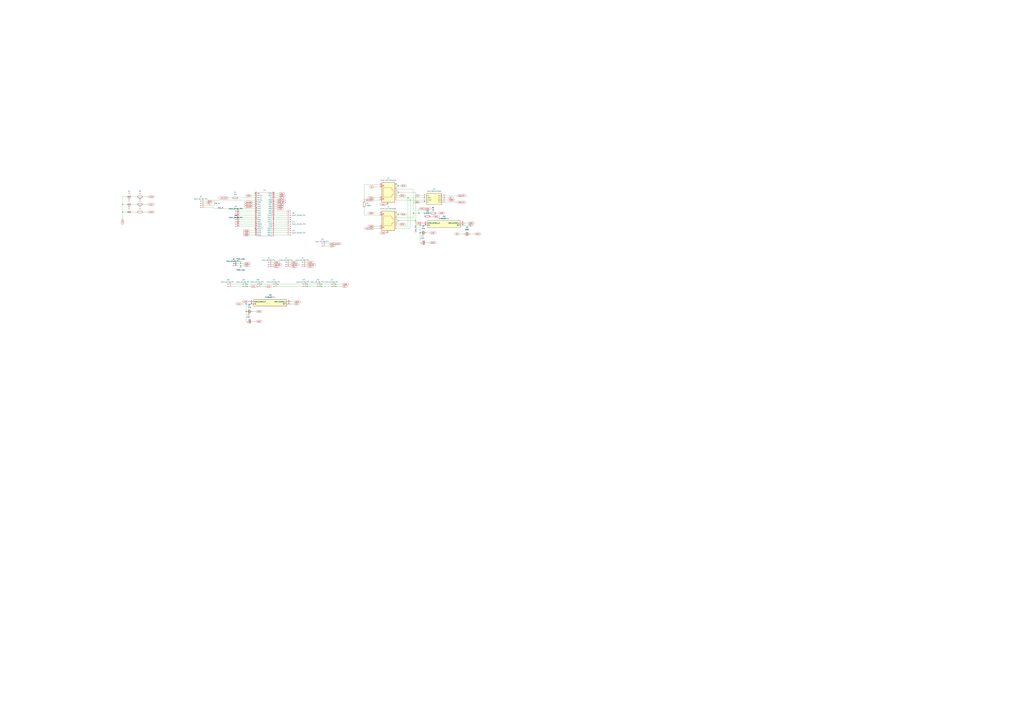
<source format=kicad_sch>
(kicad_sch (version 20230121) (generator eeschema)

  (uuid db0bf1f5-8558-40f6-a79d-8bb07620be8f)

  (paper "A0")

  (lib_symbols
    (symbol "Connector:Conn_01x02_Pin" (pin_names (offset 1.016) hide) (in_bom yes) (on_board yes)
      (property "Reference" "J" (at 0 2.54 0)
        (effects (font (size 1.27 1.27)))
      )
      (property "Value" "Conn_01x02_Pin" (at 0 -5.08 0)
        (effects (font (size 1.27 1.27)))
      )
      (property "Footprint" "" (at 0 0 0)
        (effects (font (size 1.27 1.27)) hide)
      )
      (property "Datasheet" "~" (at 0 0 0)
        (effects (font (size 1.27 1.27)) hide)
      )
      (property "ki_locked" "" (at 0 0 0)
        (effects (font (size 1.27 1.27)))
      )
      (property "ki_keywords" "connector" (at 0 0 0)
        (effects (font (size 1.27 1.27)) hide)
      )
      (property "ki_description" "Generic connector, single row, 01x02, script generated" (at 0 0 0)
        (effects (font (size 1.27 1.27)) hide)
      )
      (property "ki_fp_filters" "Connector*:*_1x??_*" (at 0 0 0)
        (effects (font (size 1.27 1.27)) hide)
      )
      (symbol "Conn_01x02_Pin_1_1"
        (polyline
          (pts
            (xy 1.27 -2.54)
            (xy 0.8636 -2.54)
          )
          (stroke (width 0.1524) (type default))
          (fill (type none))
        )
        (polyline
          (pts
            (xy 1.27 0)
            (xy 0.8636 0)
          )
          (stroke (width 0.1524) (type default))
          (fill (type none))
        )
        (rectangle (start 0.8636 -2.413) (end 0 -2.667)
          (stroke (width 0.1524) (type default))
          (fill (type outline))
        )
        (rectangle (start 0.8636 0.127) (end 0 -0.127)
          (stroke (width 0.1524) (type default))
          (fill (type outline))
        )
        (pin passive line (at 5.08 0 180) (length 3.81)
          (name "Pin_1" (effects (font (size 1.27 1.27))))
          (number "1" (effects (font (size 1.27 1.27))))
        )
        (pin passive line (at 5.08 -2.54 180) (length 3.81)
          (name "Pin_2" (effects (font (size 1.27 1.27))))
          (number "2" (effects (font (size 1.27 1.27))))
        )
      )
    )
    (symbol "Connector:Conn_01x03_Pin" (pin_names (offset 1.016) hide) (in_bom yes) (on_board yes)
      (property "Reference" "J" (at 0 5.08 0)
        (effects (font (size 1.27 1.27)))
      )
      (property "Value" "Conn_01x03_Pin" (at 0 -5.08 0)
        (effects (font (size 1.27 1.27)))
      )
      (property "Footprint" "" (at 0 0 0)
        (effects (font (size 1.27 1.27)) hide)
      )
      (property "Datasheet" "~" (at 0 0 0)
        (effects (font (size 1.27 1.27)) hide)
      )
      (property "ki_locked" "" (at 0 0 0)
        (effects (font (size 1.27 1.27)))
      )
      (property "ki_keywords" "connector" (at 0 0 0)
        (effects (font (size 1.27 1.27)) hide)
      )
      (property "ki_description" "Generic connector, single row, 01x03, script generated" (at 0 0 0)
        (effects (font (size 1.27 1.27)) hide)
      )
      (property "ki_fp_filters" "Connector*:*_1x??_*" (at 0 0 0)
        (effects (font (size 1.27 1.27)) hide)
      )
      (symbol "Conn_01x03_Pin_1_1"
        (polyline
          (pts
            (xy 1.27 -2.54)
            (xy 0.8636 -2.54)
          )
          (stroke (width 0.1524) (type default))
          (fill (type none))
        )
        (polyline
          (pts
            (xy 1.27 0)
            (xy 0.8636 0)
          )
          (stroke (width 0.1524) (type default))
          (fill (type none))
        )
        (polyline
          (pts
            (xy 1.27 2.54)
            (xy 0.8636 2.54)
          )
          (stroke (width 0.1524) (type default))
          (fill (type none))
        )
        (rectangle (start 0.8636 -2.413) (end 0 -2.667)
          (stroke (width 0.1524) (type default))
          (fill (type outline))
        )
        (rectangle (start 0.8636 0.127) (end 0 -0.127)
          (stroke (width 0.1524) (type default))
          (fill (type outline))
        )
        (rectangle (start 0.8636 2.667) (end 0 2.413)
          (stroke (width 0.1524) (type default))
          (fill (type outline))
        )
        (pin passive line (at 5.08 2.54 180) (length 3.81)
          (name "Pin_1" (effects (font (size 1.27 1.27))))
          (number "1" (effects (font (size 1.27 1.27))))
        )
        (pin passive line (at 5.08 0 180) (length 3.81)
          (name "Pin_2" (effects (font (size 1.27 1.27))))
          (number "2" (effects (font (size 1.27 1.27))))
        )
        (pin passive line (at 5.08 -2.54 180) (length 3.81)
          (name "Pin_3" (effects (font (size 1.27 1.27))))
          (number "3" (effects (font (size 1.27 1.27))))
        )
      )
    )
    (symbol "Connector:Conn_01x04_Pin" (pin_names (offset 1.016) hide) (in_bom yes) (on_board yes)
      (property "Reference" "J" (at 0 5.08 0)
        (effects (font (size 1.27 1.27)))
      )
      (property "Value" "Conn_01x04_Pin" (at 0 -7.62 0)
        (effects (font (size 1.27 1.27)))
      )
      (property "Footprint" "" (at 0 0 0)
        (effects (font (size 1.27 1.27)) hide)
      )
      (property "Datasheet" "~" (at 0 0 0)
        (effects (font (size 1.27 1.27)) hide)
      )
      (property "ki_locked" "" (at 0 0 0)
        (effects (font (size 1.27 1.27)))
      )
      (property "ki_keywords" "connector" (at 0 0 0)
        (effects (font (size 1.27 1.27)) hide)
      )
      (property "ki_description" "Generic connector, single row, 01x04, script generated" (at 0 0 0)
        (effects (font (size 1.27 1.27)) hide)
      )
      (property "ki_fp_filters" "Connector*:*_1x??_*" (at 0 0 0)
        (effects (font (size 1.27 1.27)) hide)
      )
      (symbol "Conn_01x04_Pin_1_1"
        (polyline
          (pts
            (xy 1.27 -5.08)
            (xy 0.8636 -5.08)
          )
          (stroke (width 0.1524) (type default))
          (fill (type none))
        )
        (polyline
          (pts
            (xy 1.27 -2.54)
            (xy 0.8636 -2.54)
          )
          (stroke (width 0.1524) (type default))
          (fill (type none))
        )
        (polyline
          (pts
            (xy 1.27 0)
            (xy 0.8636 0)
          )
          (stroke (width 0.1524) (type default))
          (fill (type none))
        )
        (polyline
          (pts
            (xy 1.27 2.54)
            (xy 0.8636 2.54)
          )
          (stroke (width 0.1524) (type default))
          (fill (type none))
        )
        (rectangle (start 0.8636 -4.953) (end 0 -5.207)
          (stroke (width 0.1524) (type default))
          (fill (type outline))
        )
        (rectangle (start 0.8636 -2.413) (end 0 -2.667)
          (stroke (width 0.1524) (type default))
          (fill (type outline))
        )
        (rectangle (start 0.8636 0.127) (end 0 -0.127)
          (stroke (width 0.1524) (type default))
          (fill (type outline))
        )
        (rectangle (start 0.8636 2.667) (end 0 2.413)
          (stroke (width 0.1524) (type default))
          (fill (type outline))
        )
        (pin passive line (at 5.08 2.54 180) (length 3.81)
          (name "Pin_1" (effects (font (size 1.27 1.27))))
          (number "1" (effects (font (size 1.27 1.27))))
        )
        (pin passive line (at 5.08 0 180) (length 3.81)
          (name "Pin_2" (effects (font (size 1.27 1.27))))
          (number "2" (effects (font (size 1.27 1.27))))
        )
        (pin passive line (at 5.08 -2.54 180) (length 3.81)
          (name "Pin_3" (effects (font (size 1.27 1.27))))
          (number "3" (effects (font (size 1.27 1.27))))
        )
        (pin passive line (at 5.08 -5.08 180) (length 3.81)
          (name "Pin_4" (effects (font (size 1.27 1.27))))
          (number "4" (effects (font (size 1.27 1.27))))
        )
      )
    )
    (symbol "Connector:RJ45_LED_Shielded" (pin_names (offset 1.016)) (in_bom yes) (on_board yes)
      (property "Reference" "J" (at -5.08 13.97 0)
        (effects (font (size 1.27 1.27)) (justify right))
      )
      (property "Value" "RJ45_LED_Shielded" (at 1.27 13.97 0)
        (effects (font (size 1.27 1.27)) (justify left))
      )
      (property "Footprint" "" (at 0 0.635 90)
        (effects (font (size 1.27 1.27)) hide)
      )
      (property "Datasheet" "~" (at 0 0.635 90)
        (effects (font (size 1.27 1.27)) hide)
      )
      (property "ki_keywords" "8P8C RJ socket jack connector led" (at 0 0 0)
        (effects (font (size 1.27 1.27)) hide)
      )
      (property "ki_description" "RJ connector, 8P8C (8 positions 8 connected), two LEDs, Shielded" (at 0 0 0)
        (effects (font (size 1.27 1.27)) hide)
      )
      (property "ki_fp_filters" "8P8C* RJ45*" (at 0 0 0)
        (effects (font (size 1.27 1.27)) hide)
      )
      (symbol "RJ45_LED_Shielded_0_1"
        (polyline
          (pts
            (xy -7.62 -7.62)
            (xy -6.35 -7.62)
          )
          (stroke (width 0) (type default))
          (fill (type none))
        )
        (polyline
          (pts
            (xy -7.62 -5.08)
            (xy -6.35 -5.08)
          )
          (stroke (width 0) (type default))
          (fill (type none))
        )
        (polyline
          (pts
            (xy -7.62 7.62)
            (xy -6.35 7.62)
          )
          (stroke (width 0) (type default))
          (fill (type none))
        )
        (polyline
          (pts
            (xy -7.62 10.16)
            (xy -6.35 10.16)
          )
          (stroke (width 0) (type default))
          (fill (type none))
        )
        (polyline
          (pts
            (xy -6.858 -5.842)
            (xy -5.842 -5.842)
          )
          (stroke (width 0) (type default))
          (fill (type none))
        )
        (polyline
          (pts
            (xy -6.858 9.398)
            (xy -5.842 9.398)
          )
          (stroke (width 0) (type default))
          (fill (type none))
        )
        (polyline
          (pts
            (xy -6.35 -7.62)
            (xy -6.35 -6.858)
          )
          (stroke (width 0) (type default))
          (fill (type none))
        )
        (polyline
          (pts
            (xy -6.35 -5.08)
            (xy -6.35 -5.842)
          )
          (stroke (width 0) (type default))
          (fill (type none))
        )
        (polyline
          (pts
            (xy -6.35 7.62)
            (xy -6.35 8.382)
          )
          (stroke (width 0) (type default))
          (fill (type none))
        )
        (polyline
          (pts
            (xy -6.35 10.16)
            (xy -6.35 9.398)
          )
          (stroke (width 0) (type default))
          (fill (type none))
        )
        (polyline
          (pts
            (xy -5.08 -6.223)
            (xy -5.207 -6.604)
          )
          (stroke (width 0) (type default))
          (fill (type none))
        )
        (polyline
          (pts
            (xy -5.08 -5.588)
            (xy -5.207 -5.969)
          )
          (stroke (width 0) (type default))
          (fill (type none))
        )
        (polyline
          (pts
            (xy -5.08 4.445)
            (xy -6.35 4.445)
          )
          (stroke (width 0) (type default))
          (fill (type none))
        )
        (polyline
          (pts
            (xy -5.08 5.715)
            (xy -6.35 5.715)
          )
          (stroke (width 0) (type default))
          (fill (type none))
        )
        (polyline
          (pts
            (xy -5.08 9.017)
            (xy -5.207 8.636)
          )
          (stroke (width 0) (type default))
          (fill (type none))
        )
        (polyline
          (pts
            (xy -5.08 9.652)
            (xy -5.207 9.271)
          )
          (stroke (width 0) (type default))
          (fill (type none))
        )
        (polyline
          (pts
            (xy -6.35 -3.175)
            (xy -5.08 -3.175)
            (xy -5.08 -3.175)
          )
          (stroke (width 0) (type default))
          (fill (type none))
        )
        (polyline
          (pts
            (xy -6.35 -1.905)
            (xy -5.08 -1.905)
            (xy -5.08 -1.905)
          )
          (stroke (width 0) (type default))
          (fill (type none))
        )
        (polyline
          (pts
            (xy -6.35 -0.635)
            (xy -5.08 -0.635)
            (xy -5.08 -0.635)
          )
          (stroke (width 0) (type default))
          (fill (type none))
        )
        (polyline
          (pts
            (xy -6.35 0.635)
            (xy -5.08 0.635)
            (xy -5.08 0.635)
          )
          (stroke (width 0) (type default))
          (fill (type none))
        )
        (polyline
          (pts
            (xy -6.35 1.905)
            (xy -5.08 1.905)
            (xy -5.08 1.905)
          )
          (stroke (width 0) (type default))
          (fill (type none))
        )
        (polyline
          (pts
            (xy -5.588 -6.731)
            (xy -5.08 -6.223)
            (xy -5.461 -6.35)
          )
          (stroke (width 0) (type default))
          (fill (type none))
        )
        (polyline
          (pts
            (xy -5.588 -6.096)
            (xy -5.08 -5.588)
            (xy -5.461 -5.715)
          )
          (stroke (width 0) (type default))
          (fill (type none))
        )
        (polyline
          (pts
            (xy -5.588 8.509)
            (xy -5.08 9.017)
            (xy -5.461 8.89)
          )
          (stroke (width 0) (type default))
          (fill (type none))
        )
        (polyline
          (pts
            (xy -5.588 9.144)
            (xy -5.08 9.652)
            (xy -5.461 9.525)
          )
          (stroke (width 0) (type default))
          (fill (type none))
        )
        (polyline
          (pts
            (xy -5.08 3.175)
            (xy -6.35 3.175)
            (xy -6.35 3.175)
          )
          (stroke (width 0) (type default))
          (fill (type none))
        )
        (polyline
          (pts
            (xy -6.35 -5.842)
            (xy -6.858 -6.858)
            (xy -5.842 -6.858)
            (xy -6.35 -5.842)
          )
          (stroke (width 0) (type default))
          (fill (type none))
        )
        (polyline
          (pts
            (xy -6.35 9.398)
            (xy -6.858 8.382)
            (xy -5.842 8.382)
            (xy -6.35 9.398)
          )
          (stroke (width 0) (type default))
          (fill (type none))
        )
        (polyline
          (pts
            (xy -6.35 -4.445)
            (xy -6.35 6.985)
            (xy 3.81 6.985)
            (xy 3.81 4.445)
            (xy 5.08 4.445)
            (xy 5.08 3.175)
            (xy 6.35 3.175)
            (xy 6.35 -0.635)
            (xy 5.08 -0.635)
            (xy 5.08 -1.905)
            (xy 3.81 -1.905)
            (xy 3.81 -4.445)
            (xy -6.35 -4.445)
            (xy -6.35 -4.445)
          )
          (stroke (width 0) (type default))
          (fill (type none))
        )
        (rectangle (start 7.62 12.7) (end -7.62 -10.16)
          (stroke (width 0.254) (type default))
          (fill (type background))
        )
      )
      (symbol "RJ45_LED_Shielded_1_1"
        (pin passive line (at 10.16 -7.62 180) (length 2.54)
          (name "~" (effects (font (size 1.27 1.27))))
          (number "1" (effects (font (size 1.27 1.27))))
        )
        (pin passive line (at -10.16 7.62 0) (length 2.54)
          (name "~" (effects (font (size 1.27 1.27))))
          (number "10" (effects (font (size 1.27 1.27))))
        )
        (pin passive line (at -10.16 -5.08 0) (length 2.54)
          (name "~" (effects (font (size 1.27 1.27))))
          (number "11" (effects (font (size 1.27 1.27))))
        )
        (pin passive line (at -10.16 -7.62 0) (length 2.54)
          (name "~" (effects (font (size 1.27 1.27))))
          (number "12" (effects (font (size 1.27 1.27))))
        )
        (pin passive line (at 10.16 -5.08 180) (length 2.54)
          (name "~" (effects (font (size 1.27 1.27))))
          (number "2" (effects (font (size 1.27 1.27))))
        )
        (pin passive line (at 10.16 -2.54 180) (length 2.54)
          (name "~" (effects (font (size 1.27 1.27))))
          (number "3" (effects (font (size 1.27 1.27))))
        )
        (pin passive line (at 10.16 0 180) (length 2.54)
          (name "~" (effects (font (size 1.27 1.27))))
          (number "4" (effects (font (size 1.27 1.27))))
        )
        (pin passive line (at 10.16 2.54 180) (length 2.54)
          (name "~" (effects (font (size 1.27 1.27))))
          (number "5" (effects (font (size 1.27 1.27))))
        )
        (pin passive line (at 10.16 5.08 180) (length 2.54)
          (name "~" (effects (font (size 1.27 1.27))))
          (number "6" (effects (font (size 1.27 1.27))))
        )
        (pin passive line (at 10.16 7.62 180) (length 2.54)
          (name "~" (effects (font (size 1.27 1.27))))
          (number "7" (effects (font (size 1.27 1.27))))
        )
        (pin passive line (at 10.16 10.16 180) (length 2.54)
          (name "~" (effects (font (size 1.27 1.27))))
          (number "8" (effects (font (size 1.27 1.27))))
        )
        (pin passive line (at -10.16 10.16 0) (length 2.54)
          (name "~" (effects (font (size 1.27 1.27))))
          (number "9" (effects (font (size 1.27 1.27))))
        )
        (pin passive line (at 0 -12.7 90) (length 2.54)
          (name "~" (effects (font (size 1.27 1.27))))
          (number "SH" (effects (font (size 1.27 1.27))))
        )
      )
    )
    (symbol "Device:C" (pin_numbers hide) (pin_names (offset 0.254)) (in_bom yes) (on_board yes)
      (property "Reference" "C" (at 0.635 2.54 0)
        (effects (font (size 1.27 1.27)) (justify left))
      )
      (property "Value" "C" (at 0.635 -2.54 0)
        (effects (font (size 1.27 1.27)) (justify left))
      )
      (property "Footprint" "" (at 0.9652 -3.81 0)
        (effects (font (size 1.27 1.27)) hide)
      )
      (property "Datasheet" "~" (at 0 0 0)
        (effects (font (size 1.27 1.27)) hide)
      )
      (property "ki_keywords" "cap capacitor" (at 0 0 0)
        (effects (font (size 1.27 1.27)) hide)
      )
      (property "ki_description" "Unpolarized capacitor" (at 0 0 0)
        (effects (font (size 1.27 1.27)) hide)
      )
      (property "ki_fp_filters" "C_*" (at 0 0 0)
        (effects (font (size 1.27 1.27)) hide)
      )
      (symbol "C_0_1"
        (polyline
          (pts
            (xy -2.032 -0.762)
            (xy 2.032 -0.762)
          )
          (stroke (width 0.508) (type default))
          (fill (type none))
        )
        (polyline
          (pts
            (xy -2.032 0.762)
            (xy 2.032 0.762)
          )
          (stroke (width 0.508) (type default))
          (fill (type none))
        )
      )
      (symbol "C_1_1"
        (pin passive line (at 0 3.81 270) (length 2.794)
          (name "~" (effects (font (size 1.27 1.27))))
          (number "1" (effects (font (size 1.27 1.27))))
        )
        (pin passive line (at 0 -3.81 90) (length 2.794)
          (name "~" (effects (font (size 1.27 1.27))))
          (number "2" (effects (font (size 1.27 1.27))))
        )
      )
    )
    (symbol "Device:C_Polarized" (pin_numbers hide) (pin_names (offset 0.254)) (in_bom yes) (on_board yes)
      (property "Reference" "C" (at 0.635 2.54 0)
        (effects (font (size 1.27 1.27)) (justify left))
      )
      (property "Value" "C_Polarized" (at 0.635 -2.54 0)
        (effects (font (size 1.27 1.27)) (justify left))
      )
      (property "Footprint" "" (at 0.9652 -3.81 0)
        (effects (font (size 1.27 1.27)) hide)
      )
      (property "Datasheet" "~" (at 0 0 0)
        (effects (font (size 1.27 1.27)) hide)
      )
      (property "ki_keywords" "cap capacitor" (at 0 0 0)
        (effects (font (size 1.27 1.27)) hide)
      )
      (property "ki_description" "Polarized capacitor" (at 0 0 0)
        (effects (font (size 1.27 1.27)) hide)
      )
      (property "ki_fp_filters" "CP_*" (at 0 0 0)
        (effects (font (size 1.27 1.27)) hide)
      )
      (symbol "C_Polarized_0_1"
        (rectangle (start -2.286 0.508) (end 2.286 1.016)
          (stroke (width 0) (type default))
          (fill (type none))
        )
        (polyline
          (pts
            (xy -1.778 2.286)
            (xy -0.762 2.286)
          )
          (stroke (width 0) (type default))
          (fill (type none))
        )
        (polyline
          (pts
            (xy -1.27 2.794)
            (xy -1.27 1.778)
          )
          (stroke (width 0) (type default))
          (fill (type none))
        )
        (rectangle (start 2.286 -0.508) (end -2.286 -1.016)
          (stroke (width 0) (type default))
          (fill (type outline))
        )
      )
      (symbol "C_Polarized_1_1"
        (pin passive line (at 0 3.81 270) (length 2.794)
          (name "~" (effects (font (size 1.27 1.27))))
          (number "1" (effects (font (size 1.27 1.27))))
        )
        (pin passive line (at 0 -3.81 90) (length 2.794)
          (name "~" (effects (font (size 1.27 1.27))))
          (number "2" (effects (font (size 1.27 1.27))))
        )
      )
    )
    (symbol "Device:D" (pin_numbers hide) (pin_names (offset 1.016) hide) (in_bom yes) (on_board yes)
      (property "Reference" "D" (at 0 2.54 0)
        (effects (font (size 1.27 1.27)))
      )
      (property "Value" "D" (at 0 -2.54 0)
        (effects (font (size 1.27 1.27)))
      )
      (property "Footprint" "" (at 0 0 0)
        (effects (font (size 1.27 1.27)) hide)
      )
      (property "Datasheet" "~" (at 0 0 0)
        (effects (font (size 1.27 1.27)) hide)
      )
      (property "Sim.Device" "D" (at 0 0 0)
        (effects (font (size 1.27 1.27)) hide)
      )
      (property "Sim.Pins" "1=K 2=A" (at 0 0 0)
        (effects (font (size 1.27 1.27)) hide)
      )
      (property "ki_keywords" "diode" (at 0 0 0)
        (effects (font (size 1.27 1.27)) hide)
      )
      (property "ki_description" "Diode" (at 0 0 0)
        (effects (font (size 1.27 1.27)) hide)
      )
      (property "ki_fp_filters" "TO-???* *_Diode_* *SingleDiode* D_*" (at 0 0 0)
        (effects (font (size 1.27 1.27)) hide)
      )
      (symbol "D_0_1"
        (polyline
          (pts
            (xy -1.27 1.27)
            (xy -1.27 -1.27)
          )
          (stroke (width 0.254) (type default))
          (fill (type none))
        )
        (polyline
          (pts
            (xy 1.27 0)
            (xy -1.27 0)
          )
          (stroke (width 0) (type default))
          (fill (type none))
        )
        (polyline
          (pts
            (xy 1.27 1.27)
            (xy 1.27 -1.27)
            (xy -1.27 0)
            (xy 1.27 1.27)
          )
          (stroke (width 0.254) (type default))
          (fill (type none))
        )
      )
      (symbol "D_1_1"
        (pin passive line (at -3.81 0 0) (length 2.54)
          (name "K" (effects (font (size 1.27 1.27))))
          (number "1" (effects (font (size 1.27 1.27))))
        )
        (pin passive line (at 3.81 0 180) (length 2.54)
          (name "A" (effects (font (size 1.27 1.27))))
          (number "2" (effects (font (size 1.27 1.27))))
        )
      )
    )
    (symbol "Device:R" (pin_numbers hide) (pin_names (offset 0)) (in_bom yes) (on_board yes)
      (property "Reference" "R" (at 2.032 0 90)
        (effects (font (size 1.27 1.27)))
      )
      (property "Value" "R" (at 0 0 90)
        (effects (font (size 1.27 1.27)))
      )
      (property "Footprint" "" (at -1.778 0 90)
        (effects (font (size 1.27 1.27)) hide)
      )
      (property "Datasheet" "~" (at 0 0 0)
        (effects (font (size 1.27 1.27)) hide)
      )
      (property "ki_keywords" "R res resistor" (at 0 0 0)
        (effects (font (size 1.27 1.27)) hide)
      )
      (property "ki_description" "Resistor" (at 0 0 0)
        (effects (font (size 1.27 1.27)) hide)
      )
      (property "ki_fp_filters" "R_*" (at 0 0 0)
        (effects (font (size 1.27 1.27)) hide)
      )
      (symbol "R_0_1"
        (rectangle (start -1.016 -2.54) (end 1.016 2.54)
          (stroke (width 0.254) (type default))
          (fill (type none))
        )
      )
      (symbol "R_1_1"
        (pin passive line (at 0 3.81 270) (length 1.27)
          (name "~" (effects (font (size 1.27 1.27))))
          (number "1" (effects (font (size 1.27 1.27))))
        )
        (pin passive line (at 0 -3.81 90) (length 1.27)
          (name "~" (effects (font (size 1.27 1.27))))
          (number "2" (effects (font (size 1.27 1.27))))
        )
      )
    )
    (symbol "NCV7351D1ER2G:NCV7351D1ER2G" (in_bom yes) (on_board yes)
      (property "Reference" "IC" (at 24.13 7.62 0)
        (effects (font (size 1.27 1.27)) (justify left top))
      )
      (property "Value" "NCV7351D1ER2G" (at 24.13 5.08 0)
        (effects (font (size 1.27 1.27)) (justify left top))
      )
      (property "Footprint" "SOIC127P600X175-8N" (at 24.13 -94.92 0)
        (effects (font (size 1.27 1.27)) (justify left top) hide)
      )
      (property "Datasheet" "http://www.onsemi.com/pub/Collateral/NCV7351-D.PDF" (at 24.13 -194.92 0)
        (effects (font (size 1.27 1.27)) (justify left top) hide)
      )
      (property "Height" "1.75" (at 24.13 -394.92 0)
        (effects (font (size 1.27 1.27)) (justify left top) hide)
      )
      (property "Manufacturer_Name" "onsemi" (at 24.13 -494.92 0)
        (effects (font (size 1.27 1.27)) (justify left top) hide)
      )
      (property "Manufacturer_Part_Number" "NCV7351D1ER2G" (at 24.13 -594.92 0)
        (effects (font (size 1.27 1.27)) (justify left top) hide)
      )
      (property "Mouser Part Number" "863-NCV7351D1ER2G" (at 24.13 -694.92 0)
        (effects (font (size 1.27 1.27)) (justify left top) hide)
      )
      (property "Mouser Price/Stock" "https://www.mouser.co.uk/ProductDetail/onsemi/NCV7351D1ER2G?qs=l5F7KFZg3O5tNFBk2wxDRg%3D%3D" (at 24.13 -794.92 0)
        (effects (font (size 1.27 1.27)) (justify left top) hide)
      )
      (property "Arrow Part Number" "NCV7351D1ER2G" (at 24.13 -894.92 0)
        (effects (font (size 1.27 1.27)) (justify left top) hide)
      )
      (property "Arrow Price/Stock" "https://www.arrow.com/en/products/ncv7351d1er2g/on-semiconductor?region=nac" (at 24.13 -994.92 0)
        (effects (font (size 1.27 1.27)) (justify left top) hide)
      )
      (property "ki_description" "ON Semiconductor NCV7351D1ER2G, CAN Transceiver 1Mbit/s 1-channel ISO 11898-2, 8-Pin SOIC" (at 0 0 0)
        (effects (font (size 1.27 1.27)) hide)
      )
      (symbol "NCV7351D1ER2G_1_1"
        (rectangle (start 5.08 2.54) (end 22.86 -10.16)
          (stroke (width 0.254) (type default))
          (fill (type background))
        )
        (pin passive line (at 0 0 0) (length 5.08)
          (name "TXD" (effects (font (size 1.27 1.27))))
          (number "1" (effects (font (size 1.27 1.27))))
        )
        (pin passive line (at 0 -2.54 0) (length 5.08)
          (name "GND" (effects (font (size 1.27 1.27))))
          (number "2" (effects (font (size 1.27 1.27))))
        )
        (pin passive line (at 0 -5.08 0) (length 5.08)
          (name "VCC" (effects (font (size 1.27 1.27))))
          (number "3" (effects (font (size 1.27 1.27))))
        )
        (pin passive line (at 0 -7.62 0) (length 5.08)
          (name "RXD" (effects (font (size 1.27 1.27))))
          (number "4" (effects (font (size 1.27 1.27))))
        )
        (pin passive line (at 27.94 -7.62 180) (length 5.08)
          (name "EN" (effects (font (size 1.27 1.27))))
          (number "5" (effects (font (size 1.27 1.27))))
        )
        (pin passive line (at 27.94 -5.08 180) (length 5.08)
          (name "CANL" (effects (font (size 1.27 1.27))))
          (number "6" (effects (font (size 1.27 1.27))))
        )
        (pin passive line (at 27.94 -2.54 180) (length 5.08)
          (name "CANH" (effects (font (size 1.27 1.27))))
          (number "7" (effects (font (size 1.27 1.27))))
        )
        (pin passive line (at 27.94 0 180) (length 5.08)
          (name "S" (effects (font (size 1.27 1.27))))
          (number "8" (effects (font (size 1.27 1.27))))
        )
      )
    )
    (symbol "New_Library:blue_pill" (in_bom yes) (on_board yes)
      (property "Reference" "U" (at 0 0 0)
        (effects (font (size 1.27 1.27)))
      )
      (property "Value" "" (at 0 0 0)
        (effects (font (size 1.27 1.27)))
      )
      (property "Footprint" "" (at 0 0 0)
        (effects (font (size 1.27 1.27)) hide)
      )
      (property "Datasheet" "" (at 0 0 0)
        (effects (font (size 1.27 1.27)) hide)
      )
      (symbol "blue_pill_0_1"
        (rectangle (start -10.16 36.83) (end 10.16 -13.97)
          (stroke (width 0) (type default))
          (fill (type none))
        )
      )
      (symbol "blue_pill_1_1"
        (pin bidirectional line (at 11.43 -12.7 180) (length 2.54)
          (name "PB12" (effects (font (size 1.27 1.27))))
          (number "1" (effects (font (size 1.27 1.27))))
        )
        (pin bidirectional line (at 11.43 10.16 180) (length 2.54)
          (name "PA15" (effects (font (size 1.27 1.27))))
          (number "10" (effects (font (size 1.27 1.27))))
        )
        (pin bidirectional line (at 11.43 12.7 180) (length 2.54)
          (name "PB3" (effects (font (size 1.27 1.27))))
          (number "11" (effects (font (size 1.27 1.27))))
        )
        (pin bidirectional line (at 11.43 15.24 180) (length 2.54)
          (name "PB4" (effects (font (size 1.27 1.27))))
          (number "12" (effects (font (size 1.27 1.27))))
        )
        (pin bidirectional line (at 11.43 17.78 180) (length 2.54)
          (name "PB5" (effects (font (size 1.27 1.27))))
          (number "13" (effects (font (size 1.27 1.27))))
        )
        (pin bidirectional line (at 11.43 20.32 180) (length 2.54)
          (name "PB6" (effects (font (size 1.27 1.27))))
          (number "14" (effects (font (size 1.27 1.27))))
        )
        (pin bidirectional line (at 11.43 22.86 180) (length 2.54)
          (name "PB7" (effects (font (size 1.27 1.27))))
          (number "15" (effects (font (size 1.27 1.27))))
        )
        (pin bidirectional line (at 11.43 25.4 180) (length 2.54)
          (name "PB8" (effects (font (size 1.27 1.27))))
          (number "16" (effects (font (size 1.27 1.27))))
        )
        (pin bidirectional line (at 11.43 27.94 180) (length 2.54)
          (name "PB9" (effects (font (size 1.27 1.27))))
          (number "17" (effects (font (size 1.27 1.27))))
        )
        (pin power_in line (at 11.43 30.48 180) (length 2.54)
          (name "5V" (effects (font (size 1.27 1.27))))
          (number "18" (effects (font (size 1.27 1.27))))
        )
        (pin power_in line (at 11.43 33.02 180) (length 2.54)
          (name "GND" (effects (font (size 1.27 1.27))))
          (number "19" (effects (font (size 1.27 1.27))))
        )
        (pin bidirectional line (at 11.43 -10.16 180) (length 2.54)
          (name "PB13" (effects (font (size 1.27 1.27))))
          (number "2" (effects (font (size 1.27 1.27))))
        )
        (pin power_out line (at 11.43 35.56 180) (length 2.54)
          (name "3.3V" (effects (font (size 1.27 1.27))))
          (number "20" (effects (font (size 1.27 1.27))))
        )
        (pin no_connect line (at -11.43 35.56 0) (length 2.54)
          (name "VB" (effects (font (size 1.27 1.27))))
          (number "21" (effects (font (size 1.27 1.27))))
        )
        (pin bidirectional line (at -11.43 33.02 0) (length 2.54)
          (name "PC13" (effects (font (size 1.27 1.27))))
          (number "22" (effects (font (size 1.27 1.27))))
        )
        (pin bidirectional line (at -11.43 30.48 0) (length 2.54)
          (name "PC14" (effects (font (size 1.27 1.27))))
          (number "23" (effects (font (size 1.27 1.27))))
        )
        (pin bidirectional line (at -11.43 27.94 0) (length 2.54)
          (name "PC15" (effects (font (size 1.27 1.27))))
          (number "24" (effects (font (size 1.27 1.27))))
        )
        (pin bidirectional line (at -11.43 25.4 0) (length 2.54)
          (name "PA0" (effects (font (size 1.27 1.27))))
          (number "25" (effects (font (size 1.27 1.27))))
        )
        (pin bidirectional line (at -11.43 22.86 0) (length 2.54)
          (name "PA1" (effects (font (size 1.27 1.27))))
          (number "26" (effects (font (size 1.27 1.27))))
        )
        (pin bidirectional line (at -11.43 20.32 0) (length 2.54)
          (name "PA2" (effects (font (size 1.27 1.27))))
          (number "27" (effects (font (size 1.27 1.27))))
        )
        (pin bidirectional line (at -11.43 17.78 0) (length 2.54)
          (name "PA3" (effects (font (size 1.27 1.27))))
          (number "28" (effects (font (size 1.27 1.27))))
        )
        (pin bidirectional line (at -11.43 15.24 0) (length 2.54)
          (name "PA4" (effects (font (size 1.27 1.27))))
          (number "29" (effects (font (size 1.27 1.27))))
        )
        (pin bidirectional line (at 11.43 -7.62 180) (length 2.54)
          (name "PB14" (effects (font (size 1.27 1.27))))
          (number "3" (effects (font (size 1.27 1.27))))
        )
        (pin bidirectional line (at -11.43 12.7 0) (length 2.54)
          (name "PA5" (effects (font (size 1.27 1.27))))
          (number "30" (effects (font (size 1.27 1.27))))
        )
        (pin bidirectional line (at -11.43 10.16 0) (length 2.54)
          (name "PA6" (effects (font (size 1.27 1.27))))
          (number "31" (effects (font (size 1.27 1.27))))
        )
        (pin bidirectional line (at -11.43 7.62 0) (length 2.54)
          (name "PA7" (effects (font (size 1.27 1.27))))
          (number "32" (effects (font (size 1.27 1.27))))
        )
        (pin bidirectional line (at -11.43 5.08 0) (length 2.54)
          (name "PB0" (effects (font (size 1.27 1.27))))
          (number "33" (effects (font (size 1.27 1.27))))
        )
        (pin bidirectional line (at -11.43 2.54 0) (length 2.54)
          (name "PB1" (effects (font (size 1.27 1.27))))
          (number "34" (effects (font (size 1.27 1.27))))
        )
        (pin bidirectional line (at -11.43 0 0) (length 2.54)
          (name "PB10" (effects (font (size 1.27 1.27))))
          (number "35" (effects (font (size 1.27 1.27))))
        )
        (pin bidirectional line (at -11.43 -2.54 0) (length 2.54)
          (name "PB11" (effects (font (size 1.27 1.27))))
          (number "36" (effects (font (size 1.27 1.27))))
        )
        (pin no_connect line (at -11.43 -5.08 0) (length 2.54)
          (name "RESET" (effects (font (size 1.27 1.27))))
          (number "37" (effects (font (size 1.27 1.27))))
        )
        (pin power_out line (at -11.43 -7.62 0) (length 2.54)
          (name "3.3V" (effects (font (size 1.27 1.27))))
          (number "38" (effects (font (size 1.27 1.27))))
        )
        (pin power_in line (at -11.43 -10.16 0) (length 2.54)
          (name "GND" (effects (font (size 1.27 1.27))))
          (number "39" (effects (font (size 1.27 1.27))))
        )
        (pin bidirectional line (at 11.43 -5.08 180) (length 2.54)
          (name "PB15" (effects (font (size 1.27 1.27))))
          (number "4" (effects (font (size 1.27 1.27))))
        )
        (pin power_in line (at -11.43 -12.7 0) (length 2.54)
          (name "GND" (effects (font (size 1.27 1.27))))
          (number "40" (effects (font (size 1.27 1.27))))
        )
        (pin bidirectional line (at 11.43 -2.54 180) (length 2.54)
          (name "PA8" (effects (font (size 1.27 1.27))))
          (number "5" (effects (font (size 1.27 1.27))))
        )
        (pin bidirectional line (at 11.43 0 180) (length 2.54)
          (name "PA9" (effects (font (size 1.27 1.27))))
          (number "6" (effects (font (size 1.27 1.27))))
        )
        (pin bidirectional line (at 11.43 2.54 180) (length 2.54)
          (name "PA10" (effects (font (size 1.27 1.27))))
          (number "7" (effects (font (size 1.27 1.27))))
        )
        (pin bidirectional line (at 11.43 5.08 180) (length 2.54)
          (name "PA11" (effects (font (size 1.27 1.27))))
          (number "8" (effects (font (size 1.27 1.27))))
        )
        (pin bidirectional line (at 11.43 7.62 180) (length 2.54)
          (name "PA12" (effects (font (size 1.27 1.27))))
          (number "9" (effects (font (size 1.27 1.27))))
        )
      )
    )
    (symbol "RJ45_LED_Shielded_1" (pin_names (offset 1.016)) (in_bom yes) (on_board yes)
      (property "Reference" "J1" (at 0 17.78 0)
        (effects (font (size 1.27 1.27)))
      )
      (property "Value" "RJ45_LED_Shielded" (at 0 15.24 0)
        (effects (font (size 1.27 1.27)))
      )
      (property "Footprint" "" (at 0 0.635 90)
        (effects (font (size 1.27 1.27)) hide)
      )
      (property "Datasheet" "~" (at 0 0.635 90)
        (effects (font (size 1.27 1.27)) hide)
      )
      (property "ki_keywords" "8P8C RJ socket jack connector led" (at 0 0 0)
        (effects (font (size 1.27 1.27)) hide)
      )
      (property "ki_description" "RJ connector, 8P8C (8 positions 8 connected), two LEDs, Shielded" (at 0 0 0)
        (effects (font (size 1.27 1.27)) hide)
      )
      (property "ki_fp_filters" "8P8C* RJ45*" (at 0 0 0)
        (effects (font (size 1.27 1.27)) hide)
      )
      (symbol "RJ45_LED_Shielded_1_0_1"
        (rectangle (start -7.62 12.7) (end 7.62 -10.16)
          (stroke (width 0.254) (type default))
          (fill (type background))
        )
        (polyline
          (pts
            (xy -7.62 -7.62)
            (xy -6.35 -7.62)
          )
          (stroke (width 0) (type default))
          (fill (type none))
        )
        (polyline
          (pts
            (xy -7.62 -5.08)
            (xy -6.35 -5.08)
          )
          (stroke (width 0) (type default))
          (fill (type none))
        )
        (polyline
          (pts
            (xy -7.62 7.62)
            (xy -6.35 7.62)
          )
          (stroke (width 0) (type default))
          (fill (type none))
        )
        (polyline
          (pts
            (xy -7.62 10.16)
            (xy -6.35 10.16)
          )
          (stroke (width 0) (type default))
          (fill (type none))
        )
        (polyline
          (pts
            (xy -6.858 -5.842)
            (xy -5.842 -5.842)
          )
          (stroke (width 0) (type default))
          (fill (type none))
        )
        (polyline
          (pts
            (xy -6.858 9.398)
            (xy -5.842 9.398)
          )
          (stroke (width 0) (type default))
          (fill (type none))
        )
        (polyline
          (pts
            (xy -6.35 -7.62)
            (xy -6.35 -6.858)
          )
          (stroke (width 0) (type default))
          (fill (type none))
        )
        (polyline
          (pts
            (xy -6.35 -5.08)
            (xy -6.35 -5.842)
          )
          (stroke (width 0) (type default))
          (fill (type none))
        )
        (polyline
          (pts
            (xy -6.35 7.62)
            (xy -6.35 8.382)
          )
          (stroke (width 0) (type default))
          (fill (type none))
        )
        (polyline
          (pts
            (xy -6.35 10.16)
            (xy -6.35 9.398)
          )
          (stroke (width 0) (type default))
          (fill (type none))
        )
        (polyline
          (pts
            (xy -5.08 -6.223)
            (xy -5.207 -6.604)
          )
          (stroke (width 0) (type default))
          (fill (type none))
        )
        (polyline
          (pts
            (xy -5.08 -5.588)
            (xy -5.207 -5.969)
          )
          (stroke (width 0) (type default))
          (fill (type none))
        )
        (polyline
          (pts
            (xy -5.08 4.445)
            (xy -6.35 4.445)
          )
          (stroke (width 0) (type default))
          (fill (type none))
        )
        (polyline
          (pts
            (xy -5.08 5.715)
            (xy -6.35 5.715)
          )
          (stroke (width 0) (type default))
          (fill (type none))
        )
        (polyline
          (pts
            (xy -5.08 9.017)
            (xy -5.207 8.636)
          )
          (stroke (width 0) (type default))
          (fill (type none))
        )
        (polyline
          (pts
            (xy -5.08 9.652)
            (xy -5.207 9.271)
          )
          (stroke (width 0) (type default))
          (fill (type none))
        )
        (polyline
          (pts
            (xy -6.35 -3.175)
            (xy -5.08 -3.175)
            (xy -5.08 -3.175)
          )
          (stroke (width 0) (type default))
          (fill (type none))
        )
        (polyline
          (pts
            (xy -6.35 -1.905)
            (xy -5.08 -1.905)
            (xy -5.08 -1.905)
          )
          (stroke (width 0) (type default))
          (fill (type none))
        )
        (polyline
          (pts
            (xy -6.35 -0.635)
            (xy -5.08 -0.635)
            (xy -5.08 -0.635)
          )
          (stroke (width 0) (type default))
          (fill (type none))
        )
        (polyline
          (pts
            (xy -6.35 0.635)
            (xy -5.08 0.635)
            (xy -5.08 0.635)
          )
          (stroke (width 0) (type default))
          (fill (type none))
        )
        (polyline
          (pts
            (xy -6.35 1.905)
            (xy -5.08 1.905)
            (xy -5.08 1.905)
          )
          (stroke (width 0) (type default))
          (fill (type none))
        )
        (polyline
          (pts
            (xy -5.588 -6.731)
            (xy -5.08 -6.223)
            (xy -5.461 -6.35)
          )
          (stroke (width 0) (type default))
          (fill (type none))
        )
        (polyline
          (pts
            (xy -5.588 -6.096)
            (xy -5.08 -5.588)
            (xy -5.461 -5.715)
          )
          (stroke (width 0) (type default))
          (fill (type none))
        )
        (polyline
          (pts
            (xy -5.588 8.509)
            (xy -5.08 9.017)
            (xy -5.461 8.89)
          )
          (stroke (width 0) (type default))
          (fill (type none))
        )
        (polyline
          (pts
            (xy -5.588 9.144)
            (xy -5.08 9.652)
            (xy -5.461 9.525)
          )
          (stroke (width 0) (type default))
          (fill (type none))
        )
        (polyline
          (pts
            (xy -5.08 3.175)
            (xy -6.35 3.175)
            (xy -6.35 3.175)
          )
          (stroke (width 0) (type default))
          (fill (type none))
        )
        (polyline
          (pts
            (xy -6.35 -5.842)
            (xy -6.858 -6.858)
            (xy -5.842 -6.858)
            (xy -6.35 -5.842)
          )
          (stroke (width 0) (type default))
          (fill (type none))
        )
        (polyline
          (pts
            (xy -6.35 9.398)
            (xy -6.858 8.382)
            (xy -5.842 8.382)
            (xy -6.35 9.398)
          )
          (stroke (width 0) (type default))
          (fill (type none))
        )
        (polyline
          (pts
            (xy -6.35 -4.445)
            (xy -6.35 6.985)
            (xy 3.81 6.985)
            (xy 3.81 4.445)
            (xy 5.08 4.445)
            (xy 5.08 3.175)
            (xy 6.35 3.175)
            (xy 6.35 -0.635)
            (xy 5.08 -0.635)
            (xy 5.08 -1.905)
            (xy 3.81 -1.905)
            (xy 3.81 -4.445)
            (xy -6.35 -4.445)
            (xy -6.35 -4.445)
          )
          (stroke (width 0) (type default))
          (fill (type none))
        )
      )
      (symbol "RJ45_LED_Shielded_1_1_1"
        (pin passive line (at 10.16 -7.62 180) (length 2.54)
          (name "~" (effects (font (size 1.27 1.27))))
          (number "1" (effects (font (size 1.27 1.27))))
        )
        (pin passive line (at -10.16 7.62 0) (length 2.54)
          (name "~" (effects (font (size 1.27 1.27))))
          (number "10" (effects (font (size 1.27 1.27))))
        )
        (pin passive line (at -10.16 -5.08 0) (length 2.54)
          (name "~" (effects (font (size 1.27 1.27))))
          (number "11" (effects (font (size 1.27 1.27))))
        )
        (pin passive line (at -10.16 -7.62 0) (length 2.54)
          (name "~" (effects (font (size 1.27 1.27))))
          (number "12" (effects (font (size 1.27 1.27))))
        )
        (pin power_out line (at 10.16 -5.08 180) (length 2.54)
          (name "~" (effects (font (size 1.27 1.27))))
          (number "2" (effects (font (size 1.27 1.27))))
        )
        (pin passive line (at 10.16 -2.54 180) (length 2.54)
          (name "~" (effects (font (size 1.27 1.27))))
          (number "3" (effects (font (size 1.27 1.27))))
        )
        (pin passive line (at 10.16 0 180) (length 2.54)
          (name "~" (effects (font (size 1.27 1.27))))
          (number "4" (effects (font (size 1.27 1.27))))
        )
        (pin power_out line (at 10.16 2.54 180) (length 2.54)
          (name "~" (effects (font (size 1.27 1.27))))
          (number "5" (effects (font (size 1.27 1.27))))
        )
        (pin passive line (at 10.16 5.08 180) (length 2.54)
          (name "~" (effects (font (size 1.27 1.27))))
          (number "6" (effects (font (size 1.27 1.27))))
        )
        (pin passive line (at 10.16 7.62 180) (length 2.54)
          (name "~" (effects (font (size 1.27 1.27))))
          (number "7" (effects (font (size 1.27 1.27))))
        )
        (pin passive line (at 10.16 10.16 180) (length 2.54)
          (name "~" (effects (font (size 1.27 1.27))))
          (number "8" (effects (font (size 1.27 1.27))))
        )
        (pin passive line (at -10.16 10.16 0) (length 2.54)
          (name "~" (effects (font (size 1.27 1.27))))
          (number "9" (effects (font (size 1.27 1.27))))
        )
        (pin passive line (at 0 -12.7 90) (length 2.54)
          (name "~" (effects (font (size 1.27 1.27))))
          (number "SH" (effects (font (size 1.27 1.27))))
        )
      )
    )
    (symbol "TA78L05F_F_:TA78L05F_F_" (in_bom yes) (on_board yes)
      (property "Reference" "IC2" (at 24.13 -10.16 0)
        (effects (font (size 1.27 1.27)))
      )
      (property "Value" "TA78L05F_F_" (at 24.13 -7.62 0)
        (effects (font (size 1.27 1.27)))
      )
      (property "Footprint" "4-PIN-HSOP" (at 44.45 -94.92 0)
        (effects (font (size 1.27 1.27)) (justify left top) hide)
      )
      (property "Datasheet" "" (at 44.45 -194.92 0)
        (effects (font (size 1.27 1.27)) (justify left top) hide)
      )
      (property "Height" "" (at 44.45 -394.92 0)
        (effects (font (size 1.27 1.27)) (justify left top) hide)
      )
      (property "Manufacturer_Name" "Toshiba" (at 44.45 -494.92 0)
        (effects (font (size 1.27 1.27)) (justify left top) hide)
      )
      (property "Manufacturer_Part_Number" "TA78L05F(F)" (at 44.45 -594.92 0)
        (effects (font (size 1.27 1.27)) (justify left top) hide)
      )
      (property "Mouser Part Number" "" (at 44.45 -694.92 0)
        (effects (font (size 1.27 1.27)) (justify left top) hide)
      )
      (property "Mouser Price/Stock" "" (at 44.45 -794.92 0)
        (effects (font (size 1.27 1.27)) (justify left top) hide)
      )
      (property "Arrow Part Number" "" (at 44.45 -894.92 0)
        (effects (font (size 1.27 1.27)) (justify left top) hide)
      )
      (property "Arrow Price/Stock" "" (at 44.45 -994.92 0)
        (effects (font (size 1.27 1.27)) (justify left top) hide)
      )
      (property "ki_description" "Reg.,Linear Toshiba TA78L05F(F), Single Linear Voltage Regulator, 150mA 5 V, 4-Pin HSOP" (at 0 0 0)
        (effects (font (size 1.27 1.27)) hide)
      )
      (symbol "TA78L05F_F__1_1"
        (rectangle (start 5.08 2.54) (end 43.18 -5.08)
          (stroke (width 0.254) (type default))
          (fill (type background))
        )
        (pin power_out line (at 0 0 0) (length 5.08)
          (name "OUT" (effects (font (size 1.27 1.27))))
          (number "1" (effects (font (size 1.27 1.27))))
        )
        (pin power_in line (at 0 -2.54 0) (length 5.08)
          (name "GND_(CASE)_1" (effects (font (size 1.27 1.27))))
          (number "2" (effects (font (size 1.27 1.27))))
        )
        (pin power_in line (at 48.26 0 180) (length 5.08)
          (name "IN" (effects (font (size 1.27 1.27))))
          (number "3" (effects (font (size 1.27 1.27))))
        )
        (pin power_in line (at 48.26 -2.54 180) (length 5.08)
          (name "GND_(CASE)_2" (effects (font (size 1.27 1.27))))
          (number "4" (effects (font (size 1.27 1.27))))
        )
      )
    )
    (symbol "TA78L05F_F__1" (in_bom yes) (on_board yes)
      (property "Reference" "IC3" (at 24.13 -10.16 0)
        (effects (font (size 1.27 1.27)))
      )
      (property "Value" "TA78L05F_F_" (at 24.13 -7.62 0)
        (effects (font (size 1.27 1.27)))
      )
      (property "Footprint" "4-PIN-HSOP" (at 44.45 -94.92 0)
        (effects (font (size 1.27 1.27)) (justify left top) hide)
      )
      (property "Datasheet" "" (at 44.45 -194.92 0)
        (effects (font (size 1.27 1.27)) (justify left top) hide)
      )
      (property "Height" "" (at 44.45 -394.92 0)
        (effects (font (size 1.27 1.27)) (justify left top) hide)
      )
      (property "Manufacturer_Name" "Toshiba" (at 44.45 -494.92 0)
        (effects (font (size 1.27 1.27)) (justify left top) hide)
      )
      (property "Manufacturer_Part_Number" "TA78L05F(F)" (at 44.45 -594.92 0)
        (effects (font (size 1.27 1.27)) (justify left top) hide)
      )
      (property "Mouser Part Number" "" (at 44.45 -694.92 0)
        (effects (font (size 1.27 1.27)) (justify left top) hide)
      )
      (property "Mouser Price/Stock" "" (at 44.45 -794.92 0)
        (effects (font (size 1.27 1.27)) (justify left top) hide)
      )
      (property "Arrow Part Number" "" (at 44.45 -894.92 0)
        (effects (font (size 1.27 1.27)) (justify left top) hide)
      )
      (property "Arrow Price/Stock" "" (at 44.45 -994.92 0)
        (effects (font (size 1.27 1.27)) (justify left top) hide)
      )
      (property "ki_description" "Reg.,Linear Toshiba TA78L05F(F), Single Linear Voltage Regulator, 150mA 5 V, 4-Pin HSOP" (at 0 0 0)
        (effects (font (size 1.27 1.27)) hide)
      )
      (symbol "TA78L05F_F__1_1_1"
        (rectangle (start 5.08 2.54) (end 43.18 -5.08)
          (stroke (width 0.254) (type default))
          (fill (type background))
        )
        (pin power_out line (at 0 0 0) (length 5.08)
          (name "OUT" (effects (font (size 1.27 1.27))))
          (number "1" (effects (font (size 1.27 1.27))))
        )
        (pin power_in line (at 0 -2.54 0) (length 5.08)
          (name "GND_(CASE)_1" (effects (font (size 1.27 1.27))))
          (number "2" (effects (font (size 1.27 1.27))))
        )
        (pin power_in line (at 48.26 0 180) (length 5.08)
          (name "IN" (effects (font (size 1.27 1.27))))
          (number "3" (effects (font (size 1.27 1.27))))
        )
        (pin power_in line (at 48.26 -2.54 180) (length 5.08)
          (name "GND_(CASE)_2" (effects (font (size 1.27 1.27))))
          (number "4" (effects (font (size 1.27 1.27))))
        )
      )
    )
    (symbol "power:PWR_FLAG" (power) (pin_numbers hide) (pin_names (offset 0) hide) (in_bom yes) (on_board yes)
      (property "Reference" "#FLG" (at 0 1.905 0)
        (effects (font (size 1.27 1.27)) hide)
      )
      (property "Value" "PWR_FLAG" (at 0 3.81 0)
        (effects (font (size 1.27 1.27)))
      )
      (property "Footprint" "" (at 0 0 0)
        (effects (font (size 1.27 1.27)) hide)
      )
      (property "Datasheet" "~" (at 0 0 0)
        (effects (font (size 1.27 1.27)) hide)
      )
      (property "ki_keywords" "flag power" (at 0 0 0)
        (effects (font (size 1.27 1.27)) hide)
      )
      (property "ki_description" "Special symbol for telling ERC where power comes from" (at 0 0 0)
        (effects (font (size 1.27 1.27)) hide)
      )
      (symbol "PWR_FLAG_0_0"
        (pin power_out line (at 0 0 90) (length 0)
          (name "pwr" (effects (font (size 1.27 1.27))))
          (number "1" (effects (font (size 1.27 1.27))))
        )
      )
      (symbol "PWR_FLAG_0_1"
        (polyline
          (pts
            (xy 0 0)
            (xy 0 1.27)
            (xy -1.016 1.905)
            (xy 0 2.54)
            (xy 1.016 1.905)
            (xy 0 1.27)
          )
          (stroke (width 0) (type default))
          (fill (type none))
        )
      )
    )
  )

  (junction (at 389.89 330.2) (diameter 0) (color 0 0 0 0)
    (uuid 34826faa-27fe-49a9-916f-3dc6fe255b50)
  )
  (junction (at 287.02 332.74) (diameter 0) (color 0 0 0 0)
    (uuid 3d0c9661-f9dd-4410-b256-bf6d2b745ca2)
  )
  (junction (at 462.28 248.92) (diameter 0) (color 0 0 0 0)
    (uuid 4933a2c6-02ba-4a57-9eba-dcf7f5d3377e)
  )
  (junction (at 279.4 308.61) (diameter 0) (color 0 0 0 0)
    (uuid 5188f6a7-f21e-4f2d-ae26-9d8fbd3050bc)
  )
  (junction (at 287.02 330.2) (diameter 0) (color 0 0 0 0)
    (uuid 551a3125-574f-4327-8d35-b5cfe9fbc82a)
  )
  (junction (at 487.68 261.62) (diameter 0) (color 0 0 0 0)
    (uuid 6003bd38-7d3d-4f9c-8d47-a7db583593f3)
  )
  (junction (at 142.24 237.49) (diameter 0) (color 0 0 0 0)
    (uuid 61aa9e2b-d8b8-4781-9001-c25cf5dbf269)
  )
  (junction (at 373.38 332.74) (diameter 0) (color 0 0 0 0)
    (uuid 6752b13b-d22c-49c4-bde3-ca2d20040b8d)
  )
  (junction (at 462.28 223.52) (diameter 0) (color 0 0 0 0)
    (uuid 6a83fbfe-a5cc-4ecd-bed4-b1ca940cc522)
  )
  (junction (at 303.53 330.2) (diameter 0) (color 0 0 0 0)
    (uuid 6c640c74-dd28-44e3-b350-762ba31c71d0)
  )
  (junction (at 473.71 229.87) (diameter 0) (color 0 0 0 0)
    (uuid 731b6bbe-918b-4669-b077-dafff4d469b6)
  )
  (junction (at 487.68 270.51) (diameter 0) (color 0 0 0 0)
    (uuid 746e4167-6c7e-4f8b-b184-9140d1b493ce)
  )
  (junction (at 322.58 330.2) (diameter 0) (color 0 0 0 0)
    (uuid 7722a129-9ce0-4dc6-881f-de38b866f1d0)
  )
  (junction (at 492.76 247.65) (diameter 0) (color 0 0 0 0)
    (uuid 7bb1ed62-c9ee-4e1e-b3cb-872b39876580)
  )
  (junction (at 142.24 246.38) (diameter 0) (color 0 0 0 0)
    (uuid 8838fb9a-9c93-4ffe-a315-8f25d1b78fbb)
  )
  (junction (at 389.89 332.74) (diameter 0) (color 0 0 0 0)
    (uuid 9548341d-d827-4cd2-ae59-d1590ba78e0d)
  )
  (junction (at 486.41 247.65) (diameter 0) (color 0 0 0 0)
    (uuid 9acdb7a1-7988-4114-8080-2bfede1f297c)
  )
  (junction (at 356.87 330.2) (diameter 0) (color 0 0 0 0)
    (uuid c0143626-064c-4e48-981b-335c7fe0caad)
  )
  (junction (at 462.28 256.54) (diameter 0) (color 0 0 0 0)
    (uuid cdc6c23a-62ce-4962-a356-8808ba446088)
  )
  (junction (at 462.28 215.9) (diameter 0) (color 0 0 0 0)
    (uuid d7e8302f-0237-4282-bc5d-fd51ec974f65)
  )
  (junction (at 285.75 353.06) (diameter 0) (color 0 0 0 0)
    (uuid da7047eb-55a4-4b1f-8cb5-3f5dc39ff529)
  )
  (junction (at 285.75 361.95) (diameter 0) (color 0 0 0 0)
    (uuid df20d3de-14be-4f5d-8ade-9491d1dd9095)
  )
  (junction (at 279.4 306.07) (diameter 0) (color 0 0 0 0)
    (uuid e5112875-fa72-4cff-b753-7eae429a2edb)
  )
  (junction (at 482.6 256.54) (diameter 0) (color 0 0 0 0)
    (uuid f3be3f85-cf67-4cfb-be65-e7ff3247b4a3)
  )
  (junction (at 373.38 330.2) (diameter 0) (color 0 0 0 0)
    (uuid f4c394f3-088c-4fae-9bb3-664d6c8302e4)
  )
  (junction (at 356.87 332.74) (diameter 0) (color 0 0 0 0)
    (uuid fbf248a4-baa3-4be6-b909-77d5df185a72)
  )
  (junction (at 476.25 232.41) (diameter 0) (color 0 0 0 0)
    (uuid fcb77615-1c20-447b-a2fb-54b09fca366d)
  )
  (junction (at 480.06 247.65) (diameter 0) (color 0 0 0 0)
    (uuid ffd6a6f5-7c86-440f-8389-e420d5b3f3c0)
  )

  (wire (pts (xy 461.01 232.41) (xy 476.25 232.41))
    (stroke (width 0) (type default))
    (uuid 0317fa32-e2b5-4959-a57b-1dd2265acbe8)
  )
  (wire (pts (xy 248.92 242.57) (xy 295.91 242.57))
    (stroke (width 0) (type default))
    (uuid 05d7a6e1-a354-4bec-a2a3-762b7564e8b2)
  )
  (wire (pts (xy 337.82 309.88) (xy 336.55 309.88))
    (stroke (width 0) (type default))
    (uuid 07157497-5937-4e43-b954-cca19629ab8b)
  )
  (wire (pts (xy 462.28 248.92) (xy 464.82 248.92))
    (stroke (width 0) (type default))
    (uuid 083f6f6b-7245-4e41-b330-5fa0f2b2a2a7)
  )
  (wire (pts (xy 278.13 250.19) (xy 295.91 250.19))
    (stroke (width 0) (type default))
    (uuid 09690a85-5042-4820-ae8a-e622ff5b0f90)
  )
  (wire (pts (xy 373.38 330.2) (xy 389.89 330.2))
    (stroke (width 0) (type default))
    (uuid 0989988f-18e5-4c22-8340-e18e37b00444)
  )
  (wire (pts (xy 462.28 215.9) (xy 464.82 215.9))
    (stroke (width 0) (type default))
    (uuid 09ab9595-267e-4f52-b8da-e6d9d11be07e)
  )
  (wire (pts (xy 153.67 246.38) (xy 158.75 246.38))
    (stroke (width 0) (type default))
    (uuid 0e5cacc2-ab4f-41a4-9716-fdc2ec681404)
  )
  (wire (pts (xy 422.91 250.19) (xy 440.69 250.19))
    (stroke (width 0) (type default))
    (uuid 0f26d6e9-1387-453f-9b1c-303ff8839d0f)
  )
  (wire (pts (xy 318.77 247.65) (xy 332.74 247.65))
    (stroke (width 0) (type default))
    (uuid 0f5e00d8-afef-4a27-967a-d2ebe0271b5f)
  )
  (wire (pts (xy 278.13 255.27) (xy 295.91 255.27))
    (stroke (width 0) (type default))
    (uuid 11077bfb-b612-4da2-bcc2-6fc6dfff5d45)
  )
  (wire (pts (xy 434.34 265.43) (xy 440.69 265.43))
    (stroke (width 0) (type default))
    (uuid 1136c13e-9b12-4553-b9d8-4f9bc8b98f04)
  )
  (wire (pts (xy 318.77 267.97) (xy 332.74 267.97))
    (stroke (width 0) (type default))
    (uuid 1232b9c4-a4ec-414d-9726-06ea17c21fc9)
  )
  (wire (pts (xy 289.56 267.97) (xy 295.91 267.97))
    (stroke (width 0) (type default))
    (uuid 15a72286-20dd-4220-bc48-a18e50d08c52)
  )
  (wire (pts (xy 318.77 242.57) (xy 321.31 242.57))
    (stroke (width 0) (type default))
    (uuid 1deff273-ee2f-4e74-868d-c4165fa4d2cd)
  )
  (wire (pts (xy 293.37 240.03) (xy 295.91 240.03))
    (stroke (width 0) (type default))
    (uuid 1e002685-fc81-4aad-a88d-0d006817dfbd)
  )
  (wire (pts (xy 461.01 229.87) (xy 473.71 229.87))
    (stroke (width 0) (type default))
    (uuid 1f099c89-391b-4fd5-934a-3d40870d5579)
  )
  (wire (pts (xy 543.56 259.08) (xy 539.75 259.08))
    (stroke (width 0) (type default))
    (uuid 1fab4d24-2fca-4340-91fa-9e5b820ee896)
  )
  (wire (pts (xy 318.77 262.89) (xy 332.74 262.89))
    (stroke (width 0) (type default))
    (uuid 234bed95-07d9-4ab0-9537-44ef285cb74b)
  )
  (wire (pts (xy 502.92 251.46) (xy 500.38 251.46))
    (stroke (width 0) (type default))
    (uuid 23bba5c3-1ebf-4991-88f3-c6b256238cac)
  )
  (wire (pts (xy 482.6 261.62) (xy 487.68 261.62))
    (stroke (width 0) (type default))
    (uuid 24a854d7-4a8c-4a4e-94a0-c2cd44dd1d9a)
  )
  (wire (pts (xy 240.03 233.68) (xy 237.49 233.68))
    (stroke (width 0) (type default))
    (uuid 251a00ba-c19e-460b-b2d2-24e97ebc1790)
  )
  (wire (pts (xy 279.4 308.61) (xy 275.59 308.61))
    (stroke (width 0) (type default))
    (uuid 2648cb82-a74b-4ffb-93ad-ec64e97621f3)
  )
  (wire (pts (xy 551.18 271.78) (xy 546.1 271.78))
    (stroke (width 0) (type default))
    (uuid 27b32614-67e1-4f96-b47e-3f1ba4786298)
  )
  (wire (pts (xy 518.16 232.41) (xy 520.7 232.41))
    (stroke (width 0) (type default))
    (uuid 2932332e-68a4-4d18-81ef-757e6988ca21)
  )
  (wire (pts (xy 295.91 232.41) (xy 248.92 232.41))
    (stroke (width 0) (type default))
    (uuid 29b45bc5-6d78-4bd2-afe1-8beaf67d03b2)
  )
  (wire (pts (xy 486.41 247.65) (xy 492.76 247.65))
    (stroke (width 0) (type default))
    (uuid 2a7ae6c1-a3da-4a9f-bb5a-74d6d6a58427)
  )
  (wire (pts (xy 482.6 223.52) (xy 482.6 256.54))
    (stroke (width 0) (type default))
    (uuid 2c2f72d2-6656-444b-9512-c5012815b767)
  )
  (wire (pts (xy 434.34 229.87) (xy 440.69 229.87))
    (stroke (width 0) (type default))
    (uuid 2c7a1070-949d-4f61-8861-633efdcc0622)
  )
  (wire (pts (xy 297.18 361.95) (xy 293.37 361.95))
    (stroke (width 0) (type default))
    (uuid 2d374f9e-ee56-4ca2-be86-5e45c007525c)
  )
  (wire (pts (xy 171.45 237.49) (xy 166.37 237.49))
    (stroke (width 0) (type default))
    (uuid 2d86e298-7b98-4a6b-a867-11cf11d0667e)
  )
  (wire (pts (xy 142.24 228.6) (xy 142.24 237.49))
    (stroke (width 0) (type default))
    (uuid 2dcbf36a-5b2b-45eb-b280-2cb9acddd793)
  )
  (wire (pts (xy 434.34 232.41) (xy 440.69 232.41))
    (stroke (width 0) (type default))
    (uuid 31a518d8-2268-4972-8ef8-117194430548)
  )
  (wire (pts (xy 293.37 234.95) (xy 295.91 234.95))
    (stroke (width 0) (type default))
    (uuid 33721262-dfc8-49f6-8f6a-cb86bfae1849)
  )
  (wire (pts (xy 434.34 262.89) (xy 440.69 262.89))
    (stroke (width 0) (type default))
    (uuid 340225b6-fa0a-4711-9ebe-817157e4a3ab)
  )
  (wire (pts (xy 318.77 245.11) (xy 332.74 245.11))
    (stroke (width 0) (type default))
    (uuid 357f05f3-2c8b-4a10-8fea-2ae7252828aa)
  )
  (wire (pts (xy 462.28 224.79) (xy 461.01 224.79))
    (stroke (width 0) (type default))
    (uuid 37f9a8be-33d9-4188-85e3-5f5644cf37dd)
  )
  (wire (pts (xy 318.77 255.27) (xy 332.74 255.27))
    (stroke (width 0) (type default))
    (uuid 39315ea0-13e7-4166-8923-8aa5f7a4226f)
  )
  (wire (pts (xy 275.59 306.07) (xy 279.4 306.07))
    (stroke (width 0) (type default))
    (uuid 39df6d07-dc1f-428d-a9e2-5ef59a23d14d)
  )
  (wire (pts (xy 278.13 252.73) (xy 295.91 252.73))
    (stroke (width 0) (type default))
    (uuid 3fbcc0ea-0a6d-440e-8ae3-1a5a1c5179f3)
  )
  (wire (pts (xy 289.56 270.51) (xy 295.91 270.51))
    (stroke (width 0) (type default))
    (uuid 3ff4aaab-3805-4330-a2e1-d1f88d13c542)
  )
  (wire (pts (xy 487.68 270.51) (xy 487.68 281.94))
    (stroke (width 0) (type default))
    (uuid 4253c29f-c7ab-461d-b830-f7d7aca9e22c)
  )
  (wire (pts (xy 322.58 330.2) (xy 356.87 330.2))
    (stroke (width 0) (type default))
    (uuid 42fd6012-a53f-4a93-a9ef-0f5d285b9d98)
  )
  (wire (pts (xy 248.92 238.76) (xy 237.49 238.76))
    (stroke (width 0) (type default))
    (uuid 442dad48-a2d7-4ae8-b6ed-1e75839fb55f)
  )
  (wire (pts (xy 287.02 330.2) (xy 303.53 330.2))
    (stroke (width 0) (type default))
    (uuid 49bccb72-0bed-48e7-ad3f-8662a8b19180)
  )
  (wire (pts (xy 248.92 241.3) (xy 237.49 241.3))
    (stroke (width 0) (type default))
    (uuid 4a042c75-b9b8-4fb5-a507-4563367fe69f)
  )
  (wire (pts (xy 292.1 227.33) (xy 295.91 227.33))
    (stroke (width 0) (type default))
    (uuid 4aeb9603-72f5-4e31-8515-f4b4c3466888)
  )
  (wire (pts (xy 462.28 250.19) (xy 461.01 250.19))
    (stroke (width 0) (type default))
    (uuid 4c178e3e-6aea-4a98-81ac-9edc6e8cf4bf)
  )
  (wire (pts (xy 462.28 257.81) (xy 461.01 257.81))
    (stroke (width 0) (type default))
    (uuid 4e7734b3-1688-427e-b353-88ac2e3bb293)
  )
  (wire (pts (xy 269.24 330.2) (xy 287.02 330.2))
    (stroke (width 0) (type default))
    (uuid 4f387196-fed8-414b-bf72-5b6007cc7af2)
  )
  (wire (pts (xy 318.77 257.81) (xy 332.74 257.81))
    (stroke (width 0) (type default))
    (uuid 4f42e46e-24e7-40f8-86fe-ea42c4935cff)
  )
  (wire (pts (xy 142.24 237.49) (xy 142.24 246.38))
    (stroke (width 0) (type default))
    (uuid 50d8aec6-b795-4113-851d-1a60bf11d1ae)
  )
  (wire (pts (xy 318.77 224.79) (xy 323.85 224.79))
    (stroke (width 0) (type default))
    (uuid 52e36828-f0bb-48ca-bdae-ecc357434697)
  )
  (wire (pts (xy 269.24 332.74) (xy 287.02 332.74))
    (stroke (width 0) (type default))
    (uuid 5a328eb6-072c-4e0f-a769-99f41f5810a2)
  )
  (wire (pts (xy 317.5 309.88) (xy 316.23 309.88))
    (stroke (width 0) (type default))
    (uuid 5c1470e9-197b-48cc-9537-e7d76575bfb1)
  )
  (wire (pts (xy 356.87 309.88) (xy 355.6 309.88))
    (stroke (width 0) (type default))
    (uuid 6037445e-a21b-4d57-98d2-c66de27f5313)
  )
  (wire (pts (xy 142.24 246.38) (xy 146.05 246.38))
    (stroke (width 0) (type default))
    (uuid 60546501-c919-4531-b5d3-717cc0e0ee36)
  )
  (wire (pts (xy 171.45 228.6) (xy 166.37 228.6))
    (stroke (width 0) (type default))
    (uuid 65dd41ea-0aac-4cdc-a352-fa3228cdd79d)
  )
  (wire (pts (xy 142.24 237.49) (xy 146.05 237.49))
    (stroke (width 0) (type default))
    (uuid 65f17de8-20b6-43ff-be5b-a54218e1926c)
  )
  (wire (pts (xy 356.87 304.8) (xy 355.6 304.8))
    (stroke (width 0) (type default))
    (uuid 65f2b118-3215-4c0d-b37e-5329ca8a0f52)
  )
  (wire (pts (xy 318.77 229.87) (xy 323.85 229.87))
    (stroke (width 0) (type default))
    (uuid 6697e7e5-87cd-43d0-9084-9377fc0cdfab)
  )
  (wire (pts (xy 321.31 232.41) (xy 318.77 232.41))
    (stroke (width 0) (type default))
    (uuid 6698039a-2b91-45d1-8c4b-962f46a2b8df)
  )
  (wire (pts (xy 278.13 257.81) (xy 295.91 257.81))
    (stroke (width 0) (type default))
    (uuid 6950715d-d8ce-44d7-ae78-5cda1da99877)
  )
  (wire (pts (xy 462.28 223.52) (xy 462.28 224.79))
    (stroke (width 0) (type default))
    (uuid 6b3a2fa1-7178-4de2-973c-3fd1bfc47235)
  )
  (wire (pts (xy 318.77 265.43) (xy 332.74 265.43))
    (stroke (width 0) (type default))
    (uuid 6b800a1f-91d8-4f3c-8988-d577966d23e6)
  )
  (wire (pts (xy 317.5 304.8) (xy 316.23 304.8))
    (stroke (width 0) (type default))
    (uuid 6bb82755-da32-404c-8cf7-fa1707309fb6)
  )
  (wire (pts (xy 153.67 237.49) (xy 158.75 237.49))
    (stroke (width 0) (type default))
    (uuid 6bdcdae9-fe0f-4886-b03f-6aa5e316811f)
  )
  (wire (pts (xy 462.28 248.92) (xy 462.28 250.19))
    (stroke (width 0) (type default))
    (uuid 6c51c5a7-bb45-4483-a52a-48bdb3faa550)
  )
  (wire (pts (xy 289.56 273.05) (xy 295.91 273.05))
    (stroke (width 0) (type default))
    (uuid 6d287ab2-8e8d-4f65-9a52-9c787500db2f)
  )
  (wire (pts (xy 487.68 227.33) (xy 490.22 227.33))
    (stroke (width 0) (type default))
    (uuid 6e606e1f-e029-4740-8810-0d456b04f9b3)
  )
  (wire (pts (xy 461.01 222.25) (xy 462.28 222.25))
    (stroke (width 0) (type default))
    (uuid 6e7f8bdc-1cad-48a9-8b77-154e3e193b6b)
  )
  (wire (pts (xy 142.24 246.38) (xy 142.24 254))
    (stroke (width 0) (type default))
    (uuid 6e8ac78d-86ff-4ce1-90d5-99ac2f4ac46b)
  )
  (wire (pts (xy 463.55 227.33) (xy 461.01 227.33))
    (stroke (width 0) (type default))
    (uuid 6f84b5c9-a749-48f2-88b1-f5839804b4da)
  )
  (wire (pts (xy 461.01 265.43) (xy 476.25 265.43))
    (stroke (width 0) (type default))
    (uuid 7050e514-97c6-4e6b-b481-d671172e2200)
  )
  (wire (pts (xy 487.68 261.62) (xy 491.49 261.62))
    (stroke (width 0) (type default))
    (uuid 70aafa3e-227c-4541-86fc-6c731d0cb859)
  )
  (wire (pts (xy 518.16 229.87) (xy 520.7 229.87))
    (stroke (width 0) (type default))
    (uuid 71b02eef-83cd-4450-a267-7b8bd0383015)
  )
  (wire (pts (xy 509.27 247.65) (xy 506.73 247.65))
    (stroke (width 0) (type default))
    (uuid 721137d8-064b-429c-994a-797e413064ae)
  )
  (wire (pts (xy 318.77 240.03) (xy 321.31 240.03))
    (stroke (width 0) (type default))
    (uuid 7266d923-d74d-4db9-b4d2-5709c9096c76)
  )
  (wire (pts (xy 499.11 281.94) (xy 495.3 281.94))
    (stroke (width 0) (type default))
    (uuid 736dbc34-578f-4f27-902c-0fb76442cd35)
  )
  (wire (pts (xy 389.89 332.74) (xy 397.51 332.74))
    (stroke (width 0) (type default))
    (uuid 75174c44-07ce-41a3-ae04-e98d0e17eaa4)
  )
  (wire (pts (xy 462.28 223.52) (xy 482.6 223.52))
    (stroke (width 0) (type default))
    (uuid 77612e28-b1a3-4ea4-96cb-f17e8779b03b)
  )
  (wire (pts (xy 279.4 306.07) (xy 283.21 306.07))
    (stroke (width 0) (type default))
    (uuid 77732660-10d4-46c1-b9ca-f39709dea0fd)
  )
  (wire (pts (xy 248.92 241.3) (xy 248.92 242.57))
    (stroke (width 0) (type default))
    (uuid 79362c87-855c-45d9-b533-14e0cfe05802)
  )
  (wire (pts (xy 518.16 227.33) (xy 530.86 227.33))
    (stroke (width 0) (type default))
    (uuid 79c6070e-9267-4f9d-a516-f394c87960eb)
  )
  (wire (pts (xy 278.13 260.35) (xy 295.91 260.35))
    (stroke (width 0) (type default))
    (uuid 79f62c10-3cea-4b20-a227-20722fe92287)
  )
  (wire (pts (xy 461.01 219.71) (xy 480.06 219.71))
    (stroke (width 0) (type default))
    (uuid 7b2ad126-a0e4-409a-a543-bd32c345490a)
  )
  (wire (pts (xy 461.01 214.63) (xy 462.28 214.63))
    (stroke (width 0) (type default))
    (uuid 7bb04463-fb73-4586-854c-12c419c08f08)
  )
  (wire (pts (xy 373.38 332.74) (xy 389.89 332.74))
    (stroke (width 0) (type default))
    (uuid 7c3ec7ee-36c3-47b9-8650-1e6cbdd21b3f)
  )
  (wire (pts (xy 482.6 256.54) (xy 482.6 261.62))
    (stroke (width 0) (type default))
    (uuid 7e21287c-edb9-4e07-b331-7f43501f0fbb)
  )
  (wire (pts (xy 480.06 247.65) (xy 486.41 247.65))
    (stroke (width 0) (type default))
    (uuid 81969a43-7633-48d8-b69e-ddeb77b683f8)
  )
  (wire (pts (xy 337.82 304.8) (xy 336.55 304.8))
    (stroke (width 0) (type default))
    (uuid 836aa150-1e24-4ee7-88a5-6c98f9cf7f91)
  )
  (wire (pts (xy 461.01 255.27) (xy 462.28 255.27))
    (stroke (width 0) (type default))
    (uuid 869e9d33-89cd-4247-96e8-0df87877dcdc)
  )
  (wire (pts (xy 303.53 330.2) (xy 322.58 330.2))
    (stroke (width 0) (type default))
    (uuid 879446e2-7b79-47d3-bbbb-d6e78141b48a)
  )
  (wire (pts (xy 303.53 332.74) (xy 308.61 332.74))
    (stroke (width 0) (type default))
    (uuid 8bd875ac-df38-4cb0-870b-124c6e6fc1b0)
  )
  (wire (pts (xy 356.87 307.34) (xy 355.6 307.34))
    (stroke (width 0) (type default))
    (uuid 8e310a9d-f527-45c1-aab8-4a17164d6a35)
  )
  (wire (pts (xy 318.77 227.33) (xy 323.85 227.33))
    (stroke (width 0) (type default))
    (uuid 8f0bab95-3a16-4849-a94d-ad51982ab84e)
  )
  (wire (pts (xy 490.22 259.08) (xy 491.49 259.08))
    (stroke (width 0) (type default))
    (uuid 8f13f232-3ed8-481f-aaff-3f531504675a)
  )
  (wire (pts (xy 389.89 330.2) (xy 397.51 330.2))
    (stroke (width 0) (type default))
    (uuid 8fc03602-3170-4ec1-a863-a22eab19d5d4)
  )
  (wire (pts (xy 487.68 261.62) (xy 487.68 270.51))
    (stroke (width 0) (type default))
    (uuid 937d5e55-fdf1-432d-bd65-a8e64ffaed3c)
  )
  (wire (pts (xy 280.67 353.06) (xy 285.75 353.06))
    (stroke (width 0) (type default))
    (uuid 9397d153-d219-49cb-bcd8-49717e235832)
  )
  (wire (pts (xy 448.31 270.51) (xy 450.85 270.51))
    (stroke (width 0) (type default))
    (uuid 95868ca6-39ec-47b0-bc6f-6e7b7737508b)
  )
  (wire (pts (xy 533.4 271.78) (xy 538.48 271.78))
    (stroke (width 0) (type default))
    (uuid 95cb3598-2a1a-48b5-9fb7-f2de67a5fb25)
  )
  (wire (pts (xy 480.06 252.73) (xy 461.01 252.73))
    (stroke (width 0) (type default))
    (uuid 9628130d-ad2c-4bed-97ea-d5d1adfb1bdb)
  )
  (wire (pts (xy 462.28 255.27) (xy 462.28 256.54))
    (stroke (width 0) (type default))
    (uuid 97115008-830a-47b0-9309-1ba5e4004cc8)
  )
  (wire (pts (xy 476.25 265.43) (xy 476.25 232.41))
    (stroke (width 0) (type default))
    (uuid 9926ef60-607e-4d13-9fad-4dbf606e7401)
  )
  (wire (pts (xy 462.28 256.54) (xy 462.28 257.81))
    (stroke (width 0) (type default))
    (uuid 993cb65a-1afe-426c-9ab1-959101722459)
  )
  (wire (pts (xy 543.56 261.62) (xy 539.75 261.62))
    (stroke (width 0) (type default))
    (uuid 9a1d9233-f28f-4c05-9571-3b3087830380)
  )
  (wire (pts (xy 487.68 234.95) (xy 490.22 234.95))
    (stroke (width 0) (type default))
    (uuid 9d86e630-cdf3-4b3f-96bf-24de73f72647)
  )
  (wire (pts (xy 499.11 270.51) (xy 495.3 270.51))
    (stroke (width 0) (type default))
    (uuid 9df5ce31-1094-46b5-8a42-a090e406fef2)
  )
  (wire (pts (xy 288.29 350.52) (xy 289.56 350.52))
    (stroke (width 0) (type default))
    (uuid 9e5e06f5-52d1-4315-a9d1-c2e1964dc629)
  )
  (wire (pts (xy 285.75 361.95) (xy 285.75 373.38))
    (stroke (width 0) (type default))
    (uuid 9eba06bb-dbe9-418f-b13b-9c932329e51a)
  )
  (wire (pts (xy 240.03 236.22) (xy 237.49 236.22))
    (stroke (width 0) (type default))
    (uuid 9fc7b31c-8a70-4a89-85a5-a9033e918610)
  )
  (wire (pts (xy 321.31 234.95) (xy 318.77 234.95))
    (stroke (width 0) (type default))
    (uuid a06b0455-221d-4bd1-946a-67db1f6b09c5)
  )
  (wire (pts (xy 486.41 242.57) (xy 486.41 247.65))
    (stroke (width 0) (type default))
    (uuid a19ff47a-e2a8-4156-a611-f5f8484f91a3)
  )
  (wire (pts (xy 337.82 307.34) (xy 336.55 307.34))
    (stroke (width 0) (type default))
    (uuid a24da044-4dba-4e52-a2ef-5848cca044bf)
  )
  (wire (pts (xy 318.77 273.05) (xy 332.74 273.05))
    (stroke (width 0) (type default))
    (uuid a358df14-f357-47cf-9d9c-88ad9143e881)
  )
  (wire (pts (xy 153.67 228.6) (xy 158.75 228.6))
    (stroke (width 0) (type default))
    (uuid a4842f95-3e49-437d-ace0-a37ad3630f12)
  )
  (wire (pts (xy 462.28 256.54) (xy 482.6 256.54))
    (stroke (width 0) (type default))
    (uuid a5088c5b-d7be-419f-ac24-6acc7f4bdba5)
  )
  (wire (pts (xy 518.16 234.95) (xy 530.86 234.95))
    (stroke (width 0) (type default))
    (uuid a911946c-6e65-405b-90fd-588733f88642)
  )
  (wire (pts (xy 492.76 247.65) (xy 492.76 251.46))
    (stroke (width 0) (type default))
    (uuid aa51b3fc-7fd3-450d-a56c-2bd48b0b7576)
  )
  (wire (pts (xy 293.37 237.49) (xy 295.91 237.49))
    (stroke (width 0) (type default))
    (uuid acd8dd22-5265-4fa5-b509-c7aab39aad7a)
  )
  (wire (pts (xy 462.28 215.9) (xy 462.28 217.17))
    (stroke (width 0) (type default))
    (uuid b47093d9-2e9c-4f78-973c-f2ba865898b2)
  )
  (wire (pts (xy 461.01 262.89) (xy 473.71 262.89))
    (stroke (width 0) (type default))
    (uuid b4ce7dc4-82c1-40e2-b783-dfa882007e1c)
  )
  (wire (pts (xy 287.02 332.74) (xy 290.83 332.74))
    (stroke (width 0) (type default))
    (uuid b8d23400-b72b-4432-96c5-dde84d794d38)
  )
  (wire (pts (xy 382.27 285.75) (xy 378.46 285.75))
    (stroke (width 0) (type default))
    (uuid bf5565e4-6a10-4abf-a5e2-372fb18a5921)
  )
  (wire (pts (xy 265.43 229.87) (xy 269.24 229.87))
    (stroke (width 0) (type default))
    (uuid bfd410b7-0827-46ab-8164-93a8c57889bc)
  )
  (wire (pts (xy 341.63 350.52) (xy 337.82 350.52))
    (stroke (width 0) (type default))
    (uuid c092a484-e755-4cf1-804a-f098bab761da)
  )
  (wire (pts (xy 473.71 262.89) (xy 473.71 229.87))
    (stroke (width 0) (type default))
    (uuid c1160e2a-844b-4739-8296-306a391eb7a1)
  )
  (wire (pts (xy 492.76 247.65) (xy 499.11 247.65))
    (stroke (width 0) (type default))
    (uuid c1fcdd3c-ffd8-4883-8349-87b767ce9085)
  )
  (wire (pts (xy 276.86 229.87) (xy 295.91 229.87))
    (stroke (width 0) (type default))
    (uuid c2705837-6c29-4c69-9886-0ae46fd73833)
  )
  (wire (pts (xy 278.13 262.89) (xy 295.91 262.89))
    (stroke (width 0) (type default))
    (uuid c299ef1e-4c5b-4f37-b2b8-c21ea414243b)
  )
  (wire (pts (xy 461.01 247.65) (xy 462.28 247.65))
    (stroke (width 0) (type default))
    (uuid c3103782-8d6a-4d00-a45d-60acccf29637)
  )
  (wire (pts (xy 422.91 214.63) (xy 422.91 233.68))
    (stroke (width 0) (type default))
    (uuid c5843f46-c9f2-4fba-822a-39de8a5bb81a)
  )
  (wire (pts (xy 318.77 237.49) (xy 321.31 237.49))
    (stroke (width 0) (type default))
    (uuid c6607963-d847-448d-8b9c-0b38d430f293)
  )
  (wire (pts (xy 341.63 353.06) (xy 337.82 353.06))
    (stroke (width 0) (type default))
    (uuid c7e83b7e-48cb-4216-91f1-d68448a61da7)
  )
  (wire (pts (xy 462.28 222.25) (xy 462.28 223.52))
    (stroke (width 0) (type default))
    (uuid ccf0c9d9-59d3-442a-b236-082752737c1a)
  )
  (wire (pts (xy 476.25 232.41) (xy 490.22 232.41))
    (stroke (width 0) (type default))
    (uuid cf01d0b9-cb78-42c3-8298-a240d90ddd74)
  )
  (wire (pts (xy 382.27 283.21) (xy 378.46 283.21))
    (stroke (width 0) (type default))
    (uuid d0176b76-b28a-43a3-a7e2-c4e372223701)
  )
  (wire (pts (xy 322.58 332.74) (xy 356.87 332.74))
    (stroke (width 0) (type default))
    (uuid d2b0bf7c-ac57-4e4d-959a-f7f765dac724)
  )
  (wire (pts (xy 278.13 245.11) (xy 295.91 245.11))
    (stroke (width 0) (type default))
    (uuid d51db6e0-b2fb-44e9-b330-68c87d83d8fb)
  )
  (wire (pts (xy 422.91 241.3) (xy 422.91 250.19))
    (stroke (width 0) (type default))
    (uuid d5f19987-adc0-471b-becb-1ea8f2295ecb)
  )
  (wire (pts (xy 480.06 247.65) (xy 480.06 252.73))
    (stroke (width 0) (type default))
    (uuid d882adbe-3469-44ea-94f2-40dd4ac8a773)
  )
  (wire (pts (xy 318.77 250.19) (xy 332.74 250.19))
    (stroke (width 0) (type default))
    (uuid da6ed0b7-9867-4241-8e8f-6e3f583fe270)
  )
  (wire (pts (xy 318.77 252.73) (xy 332.74 252.73))
    (stroke (width 0) (type default))
    (uuid dac4a0c4-a9f0-4ed1-8e03-c25705b8f3a4)
  )
  (wire (pts (xy 462.28 214.63) (xy 462.28 215.9))
    (stroke (width 0) (type default))
    (uuid db59dd82-1b7e-4a67-9b2c-82880d157a17)
  )
  (wire (pts (xy 317.5 307.34) (xy 316.23 307.34))
    (stroke (width 0) (type default))
    (uuid dcfe9b54-82f7-42c6-b669-175b85cfa128)
  )
  (wire (pts (xy 318.77 260.35) (xy 332.74 260.35))
    (stroke (width 0) (type default))
    (uuid dfd2def7-e2c1-412f-b9ec-cf407da22364)
  )
  (wire (pts (xy 448.31 237.49) (xy 450.85 237.49))
    (stroke (width 0) (type default))
    (uuid e0bbcad9-8174-44b3-8d39-10d65aa9b0d9)
  )
  (wire (pts (xy 171.45 246.38) (xy 166.37 246.38))
    (stroke (width 0) (type default))
    (uuid e150486c-4be2-45b0-9023-9159da15ca51)
  )
  (wire (pts (xy 285.75 353.06) (xy 289.56 353.06))
    (stroke (width 0) (type default))
    (uuid e1aa7dd0-2c27-45b2-a87b-5af6b0cd842c)
  )
  (wire (pts (xy 146.05 228.6) (xy 142.24 228.6))
    (stroke (width 0) (type default))
    (uuid e52a93a4-73b9-46f7-9257-01444293632b)
  )
  (wire (pts (xy 356.87 332.74) (xy 373.38 332.74))
    (stroke (width 0) (type default))
    (uuid e5e32221-4cc9-4240-b7ca-053e5a2ed2fe)
  )
  (wire (pts (xy 318.77 270.51) (xy 332.74 270.51))
    (stroke (width 0) (type default))
    (uuid e5f31f87-0a18-43a8-958a-9113b0bb8c3c)
  )
  (wire (pts (xy 278.13 247.65) (xy 295.91 247.65))
    (stroke (width 0) (type default))
    (uuid e6cae65c-1011-41a5-a965-3f1e71d59a46)
  )
  (wire (pts (xy 480.06 219.71) (xy 480.06 247.65))
    (stroke (width 0) (type default))
    (uuid e7db4e6f-3b96-4211-b573-33ba8f7e3b1d)
  )
  (wire (pts (xy 283.21 308.61) (xy 279.4 308.61))
    (stroke (width 0) (type default))
    (uuid e8dd0b1f-3230-47e6-be1e-25fbfbe89968)
  )
  (wire (pts (xy 440.69 214.63) (xy 422.91 214.63))
    (stroke (width 0) (type default))
    (uuid e97663aa-0ae6-49b2-b426-0c68c6bc1d96)
  )
  (wire (pts (xy 297.18 373.38) (xy 293.37 373.38))
    (stroke (width 0) (type default))
    (uuid ec457f6e-064e-4c11-b4e5-e59da1863783)
  )
  (wire (pts (xy 248.92 232.41) (xy 248.92 238.76))
    (stroke (width 0) (type default))
    (uuid f0387192-635a-489c-b991-21914ae37eac)
  )
  (wire (pts (xy 463.55 260.35) (xy 461.01 260.35))
    (stroke (width 0) (type default))
    (uuid f0a701c1-d1b9-4928-aaa1-17aace35eccb)
  )
  (wire (pts (xy 434.34 217.17) (xy 440.69 217.17))
    (stroke (width 0) (type default))
    (uuid f3c32843-7ab5-4a8a-a2af-15622f354b96)
  )
  (wire (pts (xy 356.87 330.2) (xy 373.38 330.2))
    (stroke (width 0) (type default))
    (uuid f3cd2d9b-3829-4e84-a94c-f97a8c467182)
  )
  (wire (pts (xy 462.28 217.17) (xy 461.01 217.17))
    (stroke (width 0) (type default))
    (uuid f4390019-4e73-496a-b00c-75ada9c3078d)
  )
  (wire (pts (xy 434.34 247.65) (xy 440.69 247.65))
    (stroke (width 0) (type default))
    (uuid f5a87130-2699-40f6-aee7-37e965219e6a)
  )
  (wire (pts (xy 285.75 353.06) (xy 285.75 361.95))
    (stroke (width 0) (type default))
    (uuid f704617e-8408-4c64-a30b-7b81519c5947)
  )
  (wire (pts (xy 473.71 229.87) (xy 490.22 229.87))
    (stroke (width 0) (type default))
    (uuid f9fa75f6-c0a3-457e-853d-250cae35fdd8)
  )
  (wire (pts (xy 462.28 247.65) (xy 462.28 248.92))
    (stroke (width 0) (type default))
    (uuid fad38ad2-d6f7-4537-b35d-bf0198d2a0b5)
  )

  (label "ENC_B" (at 252.73 242.57 0) (fields_autoplaced)
    (effects (font (size 1.27 1.27)) (justify left bottom))
    (uuid 9172260c-1e6b-44c7-96f7-90ec0a753546)
  )
  (label "CAN_ENA" (at 483.87 261.62 270) (fields_autoplaced)
    (effects (font (size 1.27 1.27)) (justify right bottom))
    (uuid a8ddd0d3-38a0-41b4-a6d3-5f47839ee7eb)
  )
  (label "ENC_A" (at 248.92 237.49 0) (fields_autoplaced)
    (effects (font (size 1.27 1.27)) (justify left bottom))
    (uuid ff56db0a-dea5-44e9-9676-680b2aab1706)
  )

  (global_label "5V" (shape bidirectional) (at 397.51 332.74 0) (fields_autoplaced)
    (effects (font (size 1.27 1.27)) (justify left))
    (uuid 0085d76e-2349-44bb-9ddb-22fc4d8ce6af)
    (property "Intersheetrefs" "${INTERSHEET_REFS}" (at 403.9046 332.74 0)
      (effects (font (size 1.27 1.27)) (justify left) hide)
    )
  )
  (global_label "LED1" (shape bidirectional) (at 321.31 240.03 0) (fields_autoplaced)
    (effects (font (size 1.27 1.27)) (justify left))
    (uuid 056ab9f2-43a9-441f-a4ba-0b1b0498fe18)
    (property "Intersheetrefs" "${INTERSHEET_REFS}" (at 330.0631 240.03 0)
      (effects (font (size 1.27 1.27)) (justify left) hide)
    )
  )
  (global_label "LED_CAN" (shape bidirectional) (at 434.34 265.43 180) (fields_autoplaced)
    (effects (font (size 1.27 1.27)) (justify right))
    (uuid 0e5ad222-64d9-4327-9230-12c10cd9ba42)
    (property "Intersheetrefs" "${INTERSHEET_REFS}" (at 422.1397 265.43 0)
      (effects (font (size 1.27 1.27)) (justify right) hide)
    )
  )
  (global_label "GND" (shape bidirectional) (at 337.82 304.8 0) (fields_autoplaced)
    (effects (font (size 1.27 1.27)) (justify left))
    (uuid 1c47066b-6d62-40f5-ae1a-9159250f79c8)
    (property "Intersheetrefs" "${INTERSHEET_REFS}" (at 345.787 304.8 0)
      (effects (font (size 1.27 1.27)) (justify left) hide)
    )
  )
  (global_label "EMS_button" (shape bidirectional) (at 382.27 283.21 0) (fields_autoplaced)
    (effects (font (size 1.27 1.27)) (justify left))
    (uuid 20213c63-0b51-46f0-906c-b7b1f5640815)
    (property "Intersheetrefs" "${INTERSHEET_REFS}" (at 397.1914 283.21 0)
      (effects (font (size 1.27 1.27)) (justify left) hide)
    )
  )
  (global_label "5V" (shape bidirectional) (at 434.34 217.17 180) (fields_autoplaced)
    (effects (font (size 1.27 1.27)) (justify right))
    (uuid 21a50b87-38e8-4bb2-83b2-4c31650f4257)
    (property "Intersheetrefs" "${INTERSHEET_REFS}" (at 427.9454 217.17 0)
      (effects (font (size 1.27 1.27)) (justify right) hide)
    )
  )
  (global_label "3v3" (shape bidirectional) (at 289.56 267.97 180) (fields_autoplaced)
    (effects (font (size 1.27 1.27)) (justify right))
    (uuid 36065f64-e73a-4cc8-b2b3-33365075f70b)
    (property "Intersheetrefs" "${INTERSHEET_REFS}" (at 282.0769 267.97 0)
      (effects (font (size 1.27 1.27)) (justify right) hide)
    )
  )
  (global_label "LED_CAN" (shape bidirectional) (at 265.43 229.87 180) (fields_autoplaced)
    (effects (font (size 1.27 1.27)) (justify right))
    (uuid 3a63e771-c210-4da1-bc15-c4cc1d4476f0)
    (property "Intersheetrefs" "${INTERSHEET_REFS}" (at 253.2297 229.87 0)
      (effects (font (size 1.27 1.27)) (justify right) hide)
    )
  )
  (global_label "LED0" (shape bidirectional) (at 321.31 237.49 0) (fields_autoplaced)
    (effects (font (size 1.27 1.27)) (justify left))
    (uuid 3c2dd0c1-8aeb-4127-a1e7-200f025a80c3)
    (property "Intersheetrefs" "${INTERSHEET_REFS}" (at 330.0631 237.49 0)
      (effects (font (size 1.27 1.27)) (justify left) hide)
    )
  )
  (global_label "GND" (shape bidirectional) (at 551.18 271.78 0) (fields_autoplaced)
    (effects (font (size 1.27 1.27)) (justify left))
    (uuid 3d65a227-5698-4e9e-bfb9-0955c9ee2db4)
    (property "Intersheetrefs" "${INTERSHEET_REFS}" (at 559.147 271.78 0)
      (effects (font (size 1.27 1.27)) (justify left) hide)
    )
  )
  (global_label "GND" (shape bidirectional) (at 397.51 330.2 0) (fields_autoplaced)
    (effects (font (size 1.27 1.27)) (justify left))
    (uuid 3f37c5fd-6061-43f9-af42-00bb818b9d70)
    (property "Intersheetrefs" "${INTERSHEET_REFS}" (at 405.477 330.2 0)
      (effects (font (size 1.27 1.27)) (justify left) hide)
    )
  )
  (global_label "LED1" (shape bidirectional) (at 171.45 237.49 0) (fields_autoplaced)
    (effects (font (size 1.27 1.27)) (justify left))
    (uuid 46371f73-a929-4082-84c1-566e8c8e43c0)
    (property "Intersheetrefs" "${INTERSHEET_REFS}" (at 180.2031 237.49 0)
      (effects (font (size 1.27 1.27)) (justify left) hide)
    )
  )
  (global_label "servo2" (shape bidirectional) (at 293.37 240.03 180) (fields_autoplaced)
    (effects (font (size 1.27 1.27)) (justify right))
    (uuid 49791624-4f28-43db-8edf-d92e3ae99bba)
    (property "Intersheetrefs" "${INTERSHEET_REFS}" (at 283.0445 240.03 0)
      (effects (font (size 1.27 1.27)) (justify right) hide)
    )
  )
  (global_label "VCC" (shape bidirectional) (at 337.82 309.88 0) (fields_autoplaced)
    (effects (font (size 1.27 1.27)) (justify left))
    (uuid 4a2ec09c-1fca-42e8-b61e-8c1e870f0140)
    (property "Intersheetrefs" "${INTERSHEET_REFS}" (at 345.5451 309.88 0)
      (effects (font (size 1.27 1.27)) (justify left) hide)
    )
  )
  (global_label "5V" (shape bidirectional) (at 341.63 353.06 0) (fields_autoplaced)
    (effects (font (size 1.27 1.27)) (justify left))
    (uuid 4ebf8a75-f76a-45b0-a17c-730c7b3063eb)
    (property "Intersheetrefs" "${INTERSHEET_REFS}" (at 348.0246 353.06 0)
      (effects (font (size 1.27 1.27)) (justify left) hide)
    )
  )
  (global_label "CAN_RX" (shape bidirectional) (at 321.31 234.95 0) (fields_autoplaced)
    (effects (font (size 1.27 1.27)) (justify left))
    (uuid 4f0b496e-2d72-47aa-9218-36ba318eb2cf)
    (property "Intersheetrefs" "${INTERSHEET_REFS}" (at 332.5427 234.95 0)
      (effects (font (size 1.27 1.27)) (justify left) hide)
    )
  )
  (global_label "servo1" (shape bidirectional) (at 293.37 237.49 180) (fields_autoplaced)
    (effects (font (size 1.27 1.27)) (justify right))
    (uuid 4f81a10d-91b7-4c86-ab1a-191a4a60499a)
    (property "Intersheetrefs" "${INTERSHEET_REFS}" (at 283.0445 237.49 0)
      (effects (font (size 1.27 1.27)) (justify right) hide)
    )
  )
  (global_label "servo0" (shape bidirectional) (at 317.5 307.34 0) (fields_autoplaced)
    (effects (font (size 1.27 1.27)) (justify left))
    (uuid 52aaa4f1-6033-4ba1-a03c-0b874ca411fe)
    (property "Intersheetrefs" "${INTERSHEET_REFS}" (at 327.8255 307.34 0)
      (effects (font (size 1.27 1.27)) (justify left) hide)
    )
  )
  (global_label "5V" (shape bidirectional) (at 323.85 229.87 0) (fields_autoplaced)
    (effects (font (size 1.27 1.27)) (justify left))
    (uuid 52c98f90-5dc4-4512-be17-bf44e3595c6f)
    (property "Intersheetrefs" "${INTERSHEET_REFS}" (at 330.2446 229.87 0)
      (effects (font (size 1.27 1.27)) (justify left) hide)
    )
  )
  (global_label "LED0" (shape bidirectional) (at 171.45 228.6 0) (fields_autoplaced)
    (effects (font (size 1.27 1.27)) (justify left))
    (uuid 54933a8c-5a7d-4f0f-a1ca-0c9b05e4d9d5)
    (property "Intersheetrefs" "${INTERSHEET_REFS}" (at 180.2031 228.6 0)
      (effects (font (size 1.27 1.27)) (justify left) hide)
    )
  )
  (global_label "GND" (shape bidirectional) (at 463.55 227.33 0) (fields_autoplaced)
    (effects (font (size 1.27 1.27)) (justify left))
    (uuid 55a9db4c-9c24-4a8d-acde-c237d8fa4998)
    (property "Intersheetrefs" "${INTERSHEET_REFS}" (at 471.517 227.33 0)
      (effects (font (size 1.27 1.27)) (justify left) hide)
    )
  )
  (global_label "GND" (shape bidirectional) (at 448.31 237.49 180) (fields_autoplaced)
    (effects (font (size 1.27 1.27)) (justify right))
    (uuid 560a6604-5c73-4a17-a3ed-072e70aa127f)
    (property "Intersheetrefs" "${INTERSHEET_REFS}" (at 440.343 237.49 0)
      (effects (font (size 1.27 1.27)) (justify right) hide)
    )
  )
  (global_label "LED_CAN" (shape bidirectional) (at 434.34 232.41 180) (fields_autoplaced)
    (effects (font (size 1.27 1.27)) (justify right))
    (uuid 5687f880-c742-4b50-8077-3554679fb128)
    (property "Intersheetrefs" "${INTERSHEET_REFS}" (at 422.1397 232.41 0)
      (effects (font (size 1.27 1.27)) (justify right) hide)
    )
  )
  (global_label "5V" (shape bidirectional) (at 487.68 227.33 180) (fields_autoplaced)
    (effects (font (size 1.27 1.27)) (justify right))
    (uuid 56df3d42-02a9-41f3-9ea7-0f53f4ff59a4)
    (property "Intersheetrefs" "${INTERSHEET_REFS}" (at 481.2854 227.33 0)
      (effects (font (size 1.27 1.27)) (justify right) hide)
    )
  )
  (global_label "GND" (shape bidirectional) (at 434.34 247.65 180) (fields_autoplaced)
    (effects (font (size 1.27 1.27)) (justify right))
    (uuid 5dcf1228-d636-4709-91d7-19c49b4994a4)
    (property "Intersheetrefs" "${INTERSHEET_REFS}" (at 426.373 247.65 0)
      (effects (font (size 1.27 1.27)) (justify right) hide)
    )
  )
  (global_label "GND" (shape bidirectional) (at 434.34 229.87 180) (fields_autoplaced)
    (effects (font (size 1.27 1.27)) (justify right))
    (uuid 5e2cf583-263b-4000-83a4-78040ca06bfd)
    (property "Intersheetrefs" "${INTERSHEET_REFS}" (at 426.373 229.87 0)
      (effects (font (size 1.27 1.27)) (justify right) hide)
    )
  )
  (global_label "GND" (shape bidirectional) (at 297.18 361.95 0) (fields_autoplaced)
    (effects (font (size 1.27 1.27)) (justify left))
    (uuid 62fb6558-1a0a-4b16-be41-6c503e01f2a3)
    (property "Intersheetrefs" "${INTERSHEET_REFS}" (at 305.147 361.95 0)
      (effects (font (size 1.27 1.27)) (justify left) hide)
    )
  )
  (global_label "GND" (shape bidirectional) (at 464.82 215.9 0) (fields_autoplaced)
    (effects (font (size 1.27 1.27)) (justify left))
    (uuid 685cd7b8-bcc1-46cc-9599-4beec013c59b)
    (property "Intersheetrefs" "${INTERSHEET_REFS}" (at 472.787 215.9 0)
      (effects (font (size 1.27 1.27)) (justify left) hide)
    )
  )
  (global_label "EMS_button" (shape bidirectional) (at 486.41 242.57 0) (fields_autoplaced)
    (effects (font (size 1.27 1.27)) (justify left))
    (uuid 6cb3c50e-8166-44d8-a2b9-f3fab9ad8790)
    (property "Intersheetrefs" "${INTERSHEET_REFS}" (at 501.3314 242.57 0)
      (effects (font (size 1.27 1.27)) (justify left) hide)
    )
  )
  (global_label "GND" (shape bidirectional) (at 499.11 281.94 0) (fields_autoplaced)
    (effects (font (size 1.27 1.27)) (justify left))
    (uuid 6d1c0f1a-d5eb-472a-83cd-322bd4333abc)
    (property "Intersheetrefs" "${INTERSHEET_REFS}" (at 507.077 281.94 0)
      (effects (font (size 1.27 1.27)) (justify left) hide)
    )
  )
  (global_label "VCC" (shape bidirectional) (at 283.21 308.61 0) (fields_autoplaced)
    (effects (font (size 1.27 1.27)) (justify left))
    (uuid 6d71120d-a698-42f6-b4a4-38d4eac04206)
    (property "Intersheetrefs" "${INTERSHEET_REFS}" (at 290.9351 308.61 0)
      (effects (font (size 1.27 1.27)) (justify left) hide)
    )
  )
  (global_label "LED2" (shape bidirectional) (at 171.45 246.38 0) (fields_autoplaced)
    (effects (font (size 1.27 1.27)) (justify left))
    (uuid 6e65485f-60d0-419e-83c2-cfe7e2632115)
    (property "Intersheetrefs" "${INTERSHEET_REFS}" (at 180.2031 246.38 0)
      (effects (font (size 1.27 1.27)) (justify left) hide)
    )
  )
  (global_label "GND" (shape bidirectional) (at 463.55 260.35 0) (fields_autoplaced)
    (effects (font (size 1.27 1.27)) (justify left))
    (uuid 752db712-c1f6-4f60-a702-d500e9eabb22)
    (property "Intersheetrefs" "${INTERSHEET_REFS}" (at 471.517 260.35 0)
      (effects (font (size 1.27 1.27)) (justify left) hide)
    )
  )
  (global_label "CAN_TX" (shape bidirectional) (at 321.31 232.41 0) (fields_autoplaced)
    (effects (font (size 1.27 1.27)) (justify left))
    (uuid 76906179-300e-4223-bfe3-de84af2e343c)
    (property "Intersheetrefs" "${INTERSHEET_REFS}" (at 332.2403 232.41 0)
      (effects (font (size 1.27 1.27)) (justify left) hide)
    )
  )
  (global_label "GND" (shape bidirectional) (at 317.5 304.8 0) (fields_autoplaced)
    (effects (font (size 1.27 1.27)) (justify left))
    (uuid 7b3bc35b-3b4a-48f1-a1ea-550fae5c90e2)
    (property "Intersheetrefs" "${INTERSHEET_REFS}" (at 325.467 304.8 0)
      (effects (font (size 1.27 1.27)) (justify left) hide)
    )
  )
  (global_label "EMS" (shape bidirectional) (at 509.27 247.65 0) (fields_autoplaced)
    (effects (font (size 1.27 1.27)) (justify left))
    (uuid 819faa6d-d3b9-4bcb-9cb2-dd3671777495)
    (property "Intersheetrefs" "${INTERSHEET_REFS}" (at 517.1764 247.65 0)
      (effects (font (size 1.27 1.27)) (justify left) hide)
    )
  )
  (global_label "servo1" (shape bidirectional) (at 337.82 307.34 0) (fields_autoplaced)
    (effects (font (size 1.27 1.27)) (justify left))
    (uuid 81e66ed0-2ad1-4fac-bdad-48c6def30aea)
    (property "Intersheetrefs" "${INTERSHEET_REFS}" (at 348.1455 307.34 0)
      (effects (font (size 1.27 1.27)) (justify left) hide)
    )
  )
  (global_label "servo0" (shape bidirectional) (at 293.37 234.95 180) (fields_autoplaced)
    (effects (font (size 1.27 1.27)) (justify right))
    (uuid 827faf8e-259a-44e5-b0fa-9035e93ca28c)
    (property "Intersheetrefs" "${INTERSHEET_REFS}" (at 283.0445 234.95 0)
      (effects (font (size 1.27 1.27)) (justify right) hide)
    )
  )
  (global_label "GND" (shape bidirectional) (at 490.22 259.08 180) (fields_autoplaced)
    (effects (font (size 1.27 1.27)) (justify right))
    (uuid 82a5f042-d11d-4781-86f6-87efa52002f2)
    (property "Intersheetrefs" "${INTERSHEET_REFS}" (at 482.253 259.08 0)
      (effects (font (size 1.27 1.27)) (justify right) hide)
    )
  )
  (global_label "GND" (shape bidirectional) (at 434.34 262.89 180) (fields_autoplaced)
    (effects (font (size 1.27 1.27)) (justify right))
    (uuid 8b148554-80e5-434a-abd4-b33661c27e80)
    (property "Intersheetrefs" "${INTERSHEET_REFS}" (at 426.373 262.89 0)
      (effects (font (size 1.27 1.27)) (justify right) hide)
    )
  )
  (global_label "GND" (shape bidirectional) (at 283.21 306.07 0) (fields_autoplaced)
    (effects (font (size 1.27 1.27)) (justify left))
    (uuid 8e434586-4ad7-495b-bea4-0556e2e4b547)
    (property "Intersheetrefs" "${INTERSHEET_REFS}" (at 291.177 306.07 0)
      (effects (font (size 1.27 1.27)) (justify left) hide)
    )
  )
  (global_label "GND" (shape bidirectional) (at 499.11 270.51 0) (fields_autoplaced)
    (effects (font (size 1.27 1.27)) (justify left))
    (uuid 945a8130-6e8c-48fc-9721-56115636ceab)
    (property "Intersheetrefs" "${INTERSHEET_REFS}" (at 507.077 270.51 0)
      (effects (font (size 1.27 1.27)) (justify left) hide)
    )
  )
  (global_label "GND" (shape bidirectional) (at 289.56 270.51 180) (fields_autoplaced)
    (effects (font (size 1.27 1.27)) (justify right))
    (uuid 953375bd-fff2-4877-914f-c4f6fd374075)
    (property "Intersheetrefs" "${INTERSHEET_REFS}" (at 281.593 270.51 0)
      (effects (font (size 1.27 1.27)) (justify right) hide)
    )
  )
  (global_label "GND" (shape bidirectional) (at 323.85 227.33 0) (fields_autoplaced)
    (effects (font (size 1.27 1.27)) (justify left))
    (uuid 97d610ff-a5a8-4bf4-b40c-ae87cf20c437)
    (property "Intersheetrefs" "${INTERSHEET_REFS}" (at 331.817 227.33 0)
      (effects (font (size 1.27 1.27)) (justify left) hide)
    )
  )
  (global_label "GND" (shape bidirectional) (at 502.92 251.46 0) (fields_autoplaced)
    (effects (font (size 1.27 1.27)) (justify left))
    (uuid 995ef4bc-5cdb-4e2b-9a03-80e8a4f399b7)
    (property "Intersheetrefs" "${INTERSHEET_REFS}" (at 510.887 251.46 0)
      (effects (font (size 1.27 1.27)) (justify left) hide)
    )
  )
  (global_label "GND" (shape bidirectional) (at 297.18 373.38 0) (fields_autoplaced)
    (effects (font (size 1.27 1.27)) (justify left))
    (uuid 9c754b7d-83b4-45a2-bb08-18bb6ed58ef5)
    (property "Intersheetrefs" "${INTERSHEET_REFS}" (at 305.147 373.38 0)
      (effects (font (size 1.27 1.27)) (justify left) hide)
    )
  )
  (global_label "GND" (shape bidirectional) (at 464.82 248.92 0) (fields_autoplaced)
    (effects (font (size 1.27 1.27)) (justify left))
    (uuid 9e1d89b0-2da2-4e48-9899-761f83ce9a0a)
    (property "Intersheetrefs" "${INTERSHEET_REFS}" (at 472.787 248.92 0)
      (effects (font (size 1.27 1.27)) (justify left) hide)
    )
  )
  (global_label "GND" (shape bidirectional) (at 543.56 259.08 0) (fields_autoplaced)
    (effects (font (size 1.27 1.27)) (justify left))
    (uuid 9e8cebda-4b52-44bf-93f0-19e05aee96f8)
    (property "Intersheetrefs" "${INTERSHEET_REFS}" (at 551.527 259.08 0)
      (effects (font (size 1.27 1.27)) (justify left) hide)
    )
  )
  (global_label "GND" (shape bidirectional) (at 448.31 270.51 180) (fields_autoplaced)
    (effects (font (size 1.27 1.27)) (justify right))
    (uuid a29c300c-6ec0-4261-9529-9f565e4649ed)
    (property "Intersheetrefs" "${INTERSHEET_REFS}" (at 440.343 270.51 0)
      (effects (font (size 1.27 1.27)) (justify right) hide)
    )
  )
  (global_label "5V" (shape bidirectional) (at 240.03 236.22 0) (fields_autoplaced)
    (effects (font (size 1.27 1.27)) (justify left))
    (uuid ad7fd6e6-be02-4e88-899e-be9fb8fd443e)
    (property "Intersheetrefs" "${INTERSHEET_REFS}" (at 246.4246 236.22 0)
      (effects (font (size 1.27 1.27)) (justify left) hide)
    )
  )
  (global_label "GND" (shape bidirectional) (at 288.29 350.52 180) (fields_autoplaced)
    (effects (font (size 1.27 1.27)) (justify right))
    (uuid adb77d83-6d41-4c30-b633-84103a21fe6f)
    (property "Intersheetrefs" "${INTERSHEET_REFS}" (at 280.323 350.52 0)
      (effects (font (size 1.27 1.27)) (justify right) hide)
    )
  )
  (global_label "3v3" (shape bidirectional) (at 308.61 332.74 0) (fields_autoplaced)
    (effects (font (size 1.27 1.27)) (justify left))
    (uuid babde739-15c2-461d-91ef-365757e1c1e4)
    (property "Intersheetrefs" "${INTERSHEET_REFS}" (at 316.0931 332.74 0)
      (effects (font (size 1.27 1.27)) (justify left) hide)
    )
  )
  (global_label "servo2" (shape bidirectional) (at 356.87 307.34 0) (fields_autoplaced)
    (effects (font (size 1.27 1.27)) (justify left))
    (uuid bb5a8bd3-fa5c-4dd5-9c60-1bd293b93e2d)
    (property "Intersheetrefs" "${INTERSHEET_REFS}" (at 367.1955 307.34 0)
      (effects (font (size 1.27 1.27)) (justify left) hide)
    )
  )
  (global_label "5V" (shape bidirectional) (at 533.4 271.78 180) (fields_autoplaced)
    (effects (font (size 1.27 1.27)) (justify right))
    (uuid bfaaf6e3-991c-4ccb-92ad-541a4eb9e22b)
    (property "Intersheetrefs" "${INTERSHEET_REFS}" (at 527.0054 271.78 0)
      (effects (font (size 1.27 1.27)) (justify right) hide)
    )
  )
  (global_label "GND" (shape bidirectional) (at 356.87 304.8 0) (fields_autoplaced)
    (effects (font (size 1.27 1.27)) (justify left))
    (uuid c08a4d19-c1f0-4f6e-8bb6-3499ad204b50)
    (property "Intersheetrefs" "${INTERSHEET_REFS}" (at 364.837 304.8 0)
      (effects (font (size 1.27 1.27)) (justify left) hide)
    )
  )
  (global_label "GND" (shape bidirectional) (at 520.7 232.41 0) (fields_autoplaced)
    (effects (font (size 1.27 1.27)) (justify left))
    (uuid c0f154af-ae9c-48ac-9e6e-ed8bcf268023)
    (property "Intersheetrefs" "${INTERSHEET_REFS}" (at 528.667 232.41 0)
      (effects (font (size 1.27 1.27)) (justify left) hide)
    )
  )
  (global_label "GND" (shape bidirectional) (at 289.56 273.05 180) (fields_autoplaced)
    (effects (font (size 1.27 1.27)) (justify right))
    (uuid c5a856f6-f532-4fd2-9f4a-d200b29bb028)
    (property "Intersheetrefs" "${INTERSHEET_REFS}" (at 281.593 273.05 0)
      (effects (font (size 1.27 1.27)) (justify right) hide)
    )
  )
  (global_label "EMS" (shape bidirectional) (at 292.1 227.33 180) (fields_autoplaced)
    (effects (font (size 1.27 1.27)) (justify right))
    (uuid c6c2cb72-0dde-4ddd-9c65-71c33d9faeb9)
    (property "Intersheetrefs" "${INTERSHEET_REFS}" (at 284.1936 227.33 0)
      (effects (font (size 1.27 1.27)) (justify right) hide)
    )
  )
  (global_label "5V" (shape bidirectional) (at 543.56 261.62 0) (fields_autoplaced)
    (effects (font (size 1.27 1.27)) (justify left))
    (uuid cdf8edb7-b650-4c0c-9118-d377034c4614)
    (property "Intersheetrefs" "${INTERSHEET_REFS}" (at 549.9546 261.62 0)
      (effects (font (size 1.27 1.27)) (justify left) hide)
    )
  )
  (global_label "VCC" (shape bidirectional) (at 290.83 332.74 0) (fields_autoplaced)
    (effects (font (size 1.27 1.27)) (justify left))
    (uuid cf940828-10e6-41b2-a50b-5c6bfc4a399c)
    (property "Intersheetrefs" "${INTERSHEET_REFS}" (at 298.5551 332.74 0)
      (effects (font (size 1.27 1.27)) (justify left) hide)
    )
  )
  (global_label "CAN_TX" (shape bidirectional) (at 530.86 234.95 0) (fields_autoplaced)
    (effects (font (size 1.27 1.27)) (justify left))
    (uuid cfdfca8d-32ee-47a9-b394-5de45c2b91db)
    (property "Intersheetrefs" "${INTERSHEET_REFS}" (at 541.7903 234.95 0)
      (effects (font (size 1.27 1.27)) (justify left) hide)
    )
  )
  (global_label "VCC" (shape bidirectional) (at 317.5 309.88 0) (fields_autoplaced)
    (effects (font (size 1.27 1.27)) (justify left))
    (uuid d0b578d6-54c1-48b7-acaa-d742405ad4b7)
    (property "Intersheetrefs" "${INTERSHEET_REFS}" (at 325.2251 309.88 0)
      (effects (font (size 1.27 1.27)) (justify left) hide)
    )
  )
  (global_label "3v3" (shape bidirectional) (at 323.85 224.79 0) (fields_autoplaced)
    (effects (font (size 1.27 1.27)) (justify left))
    (uuid d65977c6-79b4-41cc-8ac8-0bbf41ead1c9)
    (property "Intersheetrefs" "${INTERSHEET_REFS}" (at 331.3331 224.79 0)
      (effects (font (size 1.27 1.27)) (justify left) hide)
    )
  )
  (global_label "GND" (shape bidirectional) (at 240.03 233.68 0) (fields_autoplaced)
    (effects (font (size 1.27 1.27)) (justify left))
    (uuid d7c1e5e7-3e2a-4250-a622-3cf0abc4df07)
    (property "Intersheetrefs" "${INTERSHEET_REFS}" (at 247.997 233.68 0)
      (effects (font (size 1.27 1.27)) (justify left) hide)
    )
  )
  (global_label "GND" (shape bidirectional) (at 341.63 350.52 0) (fields_autoplaced)
    (effects (font (size 1.27 1.27)) (justify left))
    (uuid dc4d1577-ccd1-4f91-844c-6a0a0d1c1657)
    (property "Intersheetrefs" "${INTERSHEET_REFS}" (at 349.597 350.52 0)
      (effects (font (size 1.27 1.27)) (justify left) hide)
    )
  )
  (global_label "VCC" (shape bidirectional) (at 356.87 309.88 0) (fields_autoplaced)
    (effects (font (size 1.27 1.27)) (justify left))
    (uuid dc73c48c-e8e8-4f53-9177-f67510b0bba8)
    (property "Intersheetrefs" "${INTERSHEET_REFS}" (at 364.5951 309.88 0)
      (effects (font (size 1.27 1.27)) (justify left) hide)
    )
  )
  (global_label "CAN_RX" (shape bidirectional) (at 530.86 227.33 0) (fields_autoplaced)
    (effects (font (size 1.27 1.27)) (justify left))
    (uuid e53bccfb-9891-4fab-9c90-da30d5e24e45)
    (property "Intersheetrefs" "${INTERSHEET_REFS}" (at 542.0927 227.33 0)
      (effects (font (size 1.27 1.27)) (justify left) hide)
    )
  )
  (global_label "LED2" (shape bidirectional) (at 321.31 242.57 0) (fields_autoplaced)
    (effects (font (size 1.27 1.27)) (justify left))
    (uuid e7444123-e130-4350-be7a-307debce73b2)
    (property "Intersheetrefs" "${INTERSHEET_REFS}" (at 330.0631 242.57 0)
      (effects (font (size 1.27 1.27)) (justify left) hide)
    )
  )
  (global_label "3v3" (shape bidirectional) (at 382.27 285.75 0) (fields_autoplaced)
    (effects (font (size 1.27 1.27)) (justify left))
    (uuid e7df43a4-3453-4e11-ac40-7916a38e0d02)
    (property "Intersheetrefs" "${INTERSHEET_REFS}" (at 389.7531 285.75 0)
      (effects (font (size 1.27 1.27)) (justify left) hide)
    )
  )
  (global_label "GND" (shape bidirectional) (at 487.68 234.95 180) (fields_autoplaced)
    (effects (font (size 1.27 1.27)) (justify right))
    (uuid eaa7d513-d372-4ed6-ab26-a8c400ee4ec7)
    (property "Intersheetrefs" "${INTERSHEET_REFS}" (at 479.713 234.95 0)
      (effects (font (size 1.27 1.27)) (justify right) hide)
    )
  )
  (global_label "5V" (shape bidirectional) (at 520.7 229.87 0) (fields_autoplaced)
    (effects (font (size 1.27 1.27)) (justify left))
    (uuid ef241a0d-cceb-429b-84af-8e8a67e97618)
    (property "Intersheetrefs" "${INTERSHEET_REFS}" (at 527.0946 229.87 0)
      (effects (font (size 1.27 1.27)) (justify left) hide)
    )
  )
  (global_label "GND" (shape bidirectional) (at 142.24 254 270) (fields_autoplaced)
    (effects (font (size 1.27 1.27)) (justify right))
    (uuid f2a33fe2-e517-4e33-aefc-6ac68dea4fc7)
    (property "Intersheetrefs" "${INTERSHEET_REFS}" (at 142.24 261.967 90)
      (effects (font (size 1.27 1.27)) (justify right) hide)
    )
  )
  (global_label "VCC" (shape bidirectional) (at 280.67 353.06 180) (fields_autoplaced)
    (effects (font (size 1.27 1.27)) (justify right))
    (uuid fc4aa851-2d63-46a4-a85f-7b28d81577bc)
    (property "Intersheetrefs" "${INTERSHEET_REFS}" (at 272.9449 353.06 0)
      (effects (font (size 1.27 1.27)) (justify right) hide)
    )
  )

  (symbol (lib_id "Device:C") (at 542.29 271.78 90) (unit 1)
    (in_bom yes) (on_board yes) (dnp no) (fields_autoplaced)
    (uuid 0524b008-c58f-480d-982a-478add0db5d4)
    (property "Reference" "C3" (at 542.29 264.16 90)
      (effects (font (size 1.27 1.27)))
    )
    (property "Value" "330n" (at 542.29 266.7 90)
      (effects (font (size 1.27 1.27)))
    )
    (property "Footprint" "Capacitor_SMD:C_0603_1608Metric_Pad1.08x0.95mm_HandSolder" (at 546.1 270.8148 0)
      (effects (font (size 1.27 1.27)) hide)
    )
    (property "Datasheet" "~" (at 542.29 271.78 0)
      (effects (font (size 1.27 1.27)) hide)
    )
    (pin "1" (uuid 93f1f13d-6438-4649-b1c9-64661d80ca9e))
    (pin "2" (uuid b733387b-e2d9-4f98-be90-69c90525d69e))
    (instances
      (project "new_student"
        (path "/db0bf1f5-8558-40f6-a79d-8bb07620be8f"
          (reference "C3") (unit 1)
        )
      )
    )
  )

  (symbol (lib_name "TA78L05F_F__1") (lib_id "TA78L05F_F_:TA78L05F_F_") (at 337.82 353.06 180) (unit 1)
    (in_bom yes) (on_board yes) (dnp no) (fields_autoplaced)
    (uuid 0b593268-ef51-416c-b1fb-1a2831bb37f5)
    (property "Reference" "IC3" (at 313.69 342.9 0)
      (effects (font (size 1.27 1.27)))
    )
    (property "Value" "TA78L05F_F_" (at 313.69 345.44 0)
      (effects (font (size 1.27 1.27)))
    )
    (property "Footprint" "Library:4-PIN-HSOP" (at 293.37 258.14 0)
      (effects (font (size 1.27 1.27)) (justify left top) hide)
    )
    (property "Datasheet" "" (at 293.37 158.14 0)
      (effects (font (size 1.27 1.27)) (justify left top) hide)
    )
    (property "Height" "" (at 293.37 -41.86 0)
      (effects (font (size 1.27 1.27)) (justify left top) hide)
    )
    (property "Manufacturer_Name" "Toshiba" (at 293.37 -141.86 0)
      (effects (font (size 1.27 1.27)) (justify left top) hide)
    )
    (property "Manufacturer_Part_Number" "TA78L05F(F)" (at 293.37 -241.86 0)
      (effects (font (size 1.27 1.27)) (justify left top) hide)
    )
    (property "Mouser Part Number" "" (at 293.37 -341.86 0)
      (effects (font (size 1.27 1.27)) (justify left top) hide)
    )
    (property "Mouser Price/Stock" "" (at 293.37 -441.86 0)
      (effects (font (size 1.27 1.27)) (justify left top) hide)
    )
    (property "Arrow Part Number" "" (at 293.37 -541.86 0)
      (effects (font (size 1.27 1.27)) (justify left top) hide)
    )
    (property "Arrow Price/Stock" "" (at 293.37 -641.86 0)
      (effects (font (size 1.27 1.27)) (justify left top) hide)
    )
    (pin "1" (uuid 8402cd33-dc03-46f4-a3c7-b9f96a1a048e))
    (pin "2" (uuid d0d656f4-5227-4d84-a14c-f68964c03815))
    (pin "3" (uuid 388e0be3-4772-497f-ad53-d619016ac23c))
    (pin "4" (uuid 09a5fabd-c495-4aac-b74d-bf60ed6f8ca1))
    (instances
      (project "new_student"
        (path "/db0bf1f5-8558-40f6-a79d-8bb07620be8f"
          (reference "IC3") (unit 1)
        )
      )
    )
  )

  (symbol (lib_id "Connector:Conn_01x02_Pin") (at 351.79 330.2 0) (unit 1)
    (in_bom yes) (on_board yes) (dnp no)
    (uuid 0c27453e-cbf1-45d7-9570-15a8d8b69378)
    (property "Reference" "J15" (at 352.425 325.12 0)
      (effects (font (size 1.27 1.27)))
    )
    (property "Value" "Conn_01x02_Pin" (at 351.79 327.66 0)
      (effects (font (size 1.27 1.27)))
    )
    (property "Footprint" "Connector_PinHeader_2.54mm:PinHeader_1x02_P2.54mm_Vertical" (at 351.79 330.2 0)
      (effects (font (size 1.27 1.27)) hide)
    )
    (property "Datasheet" "~" (at 351.79 330.2 0)
      (effects (font (size 1.27 1.27)) hide)
    )
    (pin "1" (uuid ad4f823c-ce96-4e72-9691-b5d8904c7026))
    (pin "2" (uuid bec4879e-a401-41da-8b90-0591ddb5b738))
    (instances
      (project "new_student"
        (path "/db0bf1f5-8558-40f6-a79d-8bb07620be8f"
          (reference "J15") (unit 1)
        )
      )
    )
  )

  (symbol (lib_id "Connector:Conn_01x02_Pin") (at 281.94 330.2 0) (unit 1)
    (in_bom yes) (on_board yes) (dnp no)
    (uuid 0cebb0d9-8e19-4d67-afb7-e75310909715)
    (property "Reference" "J19" (at 282.575 325.12 0)
      (effects (font (size 1.27 1.27)))
    )
    (property "Value" "Conn_01x02_Pin" (at 281.94 327.66 0)
      (effects (font (size 1.27 1.27)))
    )
    (property "Footprint" "Connector_PinHeader_2.54mm:PinHeader_1x02_P2.54mm_Vertical" (at 281.94 330.2 0)
      (effects (font (size 1.27 1.27)) hide)
    )
    (property "Datasheet" "~" (at 281.94 330.2 0)
      (effects (font (size 1.27 1.27)) hide)
    )
    (pin "1" (uuid 8c5233f7-d2df-4a22-b642-eafd63d729e9))
    (pin "2" (uuid 0374753d-5190-48d6-84df-3e8d3bca881f))
    (instances
      (project "new_student"
        (path "/db0bf1f5-8558-40f6-a79d-8bb07620be8f"
          (reference "J19") (unit 1)
        )
      )
    )
  )

  (symbol (lib_id "Connector:Conn_01x02_Pin") (at 270.51 306.07 0) (unit 1)
    (in_bom yes) (on_board yes) (dnp no)
    (uuid 0d3057c1-19d9-4469-8b99-11654080b9f9)
    (property "Reference" "J6" (at 271.145 300.99 0)
      (effects (font (size 1.27 1.27)))
    )
    (property "Value" "Conn_01x02_Pin" (at 270.51 303.53 0)
      (effects (font (size 1.27 1.27)))
    )
    (property "Footprint" "Connector_PinHeader_2.54mm:PinHeader_1x02_P2.54mm_Vertical" (at 270.51 306.07 0)
      (effects (font (size 1.27 1.27)) hide)
    )
    (property "Datasheet" "~" (at 270.51 306.07 0)
      (effects (font (size 1.27 1.27)) hide)
    )
    (pin "1" (uuid 2cc21725-f0f9-438b-b75f-ccbd097bca79))
    (pin "2" (uuid e19c35c9-0263-46fd-8467-37f6fabecb7b))
    (instances
      (project "new_student"
        (path "/db0bf1f5-8558-40f6-a79d-8bb07620be8f"
          (reference "J6") (unit 1)
        )
      )
    )
  )

  (symbol (lib_id "power:PWR_FLAG") (at 279.4 306.07 0) (unit 1)
    (in_bom yes) (on_board yes) (dnp no) (fields_autoplaced)
    (uuid 1482a5e8-1573-4945-902c-858d85783c78)
    (property "Reference" "#FLG02" (at 279.4 304.165 0)
      (effects (font (size 1.27 1.27)) hide)
    )
    (property "Value" "PWR_FLAG" (at 279.4 300.99 0)
      (effects (font (size 1.27 1.27)))
    )
    (property "Footprint" "" (at 279.4 306.07 0)
      (effects (font (size 1.27 1.27)) hide)
    )
    (property "Datasheet" "~" (at 279.4 306.07 0)
      (effects (font (size 1.27 1.27)) hide)
    )
    (pin "1" (uuid ab827e18-01a2-4846-abde-1fa50c15db29))
    (instances
      (project "new_student"
        (path "/db0bf1f5-8558-40f6-a79d-8bb07620be8f"
          (reference "#FLG02") (unit 1)
        )
      )
    )
  )

  (symbol (lib_id "Connector:Conn_01x03_Pin") (at 350.52 307.34 0) (unit 1)
    (in_bom yes) (on_board yes) (dnp no) (fields_autoplaced)
    (uuid 15fb3275-480b-4653-a758-c2bbc4fb1323)
    (property "Reference" "J5" (at 351.155 299.72 0)
      (effects (font (size 1.27 1.27)))
    )
    (property "Value" "Conn_01x03_Pin" (at 351.155 302.26 0)
      (effects (font (size 1.27 1.27)))
    )
    (property "Footprint" "Connector_PinHeader_2.54mm:PinHeader_1x03_P2.54mm_Vertical" (at 350.52 307.34 0)
      (effects (font (size 1.27 1.27)) hide)
    )
    (property "Datasheet" "~" (at 350.52 307.34 0)
      (effects (font (size 1.27 1.27)) hide)
    )
    (pin "1" (uuid 3bcda63c-86e6-4a51-8cb4-115142e810ad))
    (pin "2" (uuid b16d1ba2-84ae-4364-bb76-4c03a2597a94))
    (pin "3" (uuid 82d884ed-8cee-40d9-83fd-84148bbf11a1))
    (instances
      (project "new_student"
        (path "/db0bf1f5-8558-40f6-a79d-8bb07620be8f"
          (reference "J5") (unit 1)
        )
      )
    )
  )

  (symbol (lib_id "Connector:Conn_01x02_Pin") (at 317.5 330.2 0) (unit 1)
    (in_bom yes) (on_board yes) (dnp no)
    (uuid 1710080d-8f78-49b7-81f7-8fc6420f16bf)
    (property "Reference" "J14" (at 318.135 325.12 0)
      (effects (font (size 1.27 1.27)))
    )
    (property "Value" "Conn_01x02_Pin" (at 317.5 327.66 0)
      (effects (font (size 1.27 1.27)))
    )
    (property "Footprint" "Connector_PinHeader_2.54mm:PinHeader_1x02_P2.54mm_Vertical" (at 317.5 330.2 0)
      (effects (font (size 1.27 1.27)) hide)
    )
    (property "Datasheet" "~" (at 317.5 330.2 0)
      (effects (font (size 1.27 1.27)) hide)
    )
    (pin "1" (uuid a2aee241-80e1-42d5-b1cd-41959d5de2e2))
    (pin "2" (uuid 127df5e2-3d53-4f61-b872-a2ff8566580d))
    (instances
      (project "new_student"
        (path "/db0bf1f5-8558-40f6-a79d-8bb07620be8f"
          (reference "J14") (unit 1)
        )
      )
    )
  )

  (symbol (lib_id "New_Library:blue_pill") (at 307.34 260.35 0) (unit 1)
    (in_bom yes) (on_board yes) (dnp no) (fields_autoplaced)
    (uuid 1fa7fe9b-0694-45fd-a656-9b29553d5cea)
    (property "Reference" "U1" (at 307.34 220.98 0)
      (effects (font (size 1.27 1.27)))
    )
    (property "Value" "~" (at 307.34 260.35 0)
      (effects (font (size 1.27 1.27)))
    )
    (property "Footprint" "Library:YAAJ_BluePill_1" (at 307.34 260.35 0)
      (effects (font (size 1.27 1.27)) hide)
    )
    (property "Datasheet" "" (at 307.34 260.35 0)
      (effects (font (size 1.27 1.27)) hide)
    )
    (pin "1" (uuid 33bc72b9-15d8-4f68-9518-9a2b9577db44))
    (pin "10" (uuid 43126ce6-348d-4e5b-a224-41999e1718e0))
    (pin "11" (uuid 00a70641-eeca-43a4-87e7-a5a993d025df))
    (pin "12" (uuid e0b1ae1e-b48a-4d1d-8a19-1f210e2d4237))
    (pin "13" (uuid ea7ee52e-7ab8-441d-982d-d11075ec7007))
    (pin "14" (uuid e2917190-8228-4b00-bd89-2b46a05792bb))
    (pin "15" (uuid 29910fee-9622-46c2-ab26-ff41b8a125d8))
    (pin "16" (uuid 6f86c1d6-b015-46d9-bf68-f0457f12200d))
    (pin "17" (uuid b11d7c15-4d7e-44ce-b810-3d0a87634900))
    (pin "18" (uuid d83f8975-19c4-4533-8d1c-6682e15d83d1))
    (pin "19" (uuid 9956c801-519c-47e8-9c77-d6c56001aeea))
    (pin "2" (uuid 78f89de1-5b2e-4668-ba5d-8e7602c02a98))
    (pin "20" (uuid f49d9584-fed0-4bf6-98de-5e20cf3444ec))
    (pin "21" (uuid 06dd43c2-cb0e-4558-ac0c-f6a919459961))
    (pin "22" (uuid d3af98c0-b9d2-4aa5-95e7-7b1276f876e3))
    (pin "23" (uuid 22e8f1f0-e354-4851-b4cc-d6d7303d4339))
    (pin "24" (uuid 721c8835-0254-43dc-bfbe-a13c6769f423))
    (pin "25" (uuid 56854882-1cb9-4ecb-80a1-1cb9aaf06a46))
    (pin "26" (uuid de0a7dc3-f027-4e50-a76a-dc68e9cd9086))
    (pin "27" (uuid 5d4435ef-ab61-4ae7-a006-8f0405837c7d))
    (pin "28" (uuid 77a59988-0715-4683-bac1-1e5272686b1e))
    (pin "29" (uuid b77d3b9f-9f79-49d6-90b5-e7668c24aea8))
    (pin "3" (uuid d915d600-a332-4f59-86e0-6a37be3dfe7c))
    (pin "30" (uuid 42548298-5de8-4cb2-9aa9-4650c9b67181))
    (pin "31" (uuid 0ef24c76-dd97-47fe-ae81-59c01a643584))
    (pin "32" (uuid e122a9a7-3552-40f7-b5fe-42ea1b5f0215))
    (pin "33" (uuid 097e303b-c415-45cf-a573-a7a292a9a611))
    (pin "34" (uuid 6fa9f03f-22c8-4c55-ab5b-695a7ae1dfa6))
    (pin "35" (uuid 3366a57c-c725-4148-b902-7f672bd91696))
    (pin "36" (uuid 84f6f16e-be82-4251-8962-1f892fd974da))
    (pin "37" (uuid 97c1f99f-5586-4bff-81a1-0d730bcb503a))
    (pin "38" (uuid 23877cf7-3057-47fc-b744-1de5d103ead9))
    (pin "39" (uuid ac1f55d4-d1e4-4d88-b142-5a59f8f30b3f))
    (pin "4" (uuid 912a1c7f-e7fd-45d4-8dd8-adae38972ca2))
    (pin "40" (uuid b30bfbad-8784-48a8-a530-ea48f218edde))
    (pin "5" (uuid d8552de4-9c31-4ad5-a2fd-e39f408fc65f))
    (pin "6" (uuid b8521550-0359-4e42-95f6-7ad3ca1875ef))
    (pin "7" (uuid c5125365-ffaa-4bb2-9b5d-9cfd3054433d))
    (pin "8" (uuid f605e732-c926-439c-acf0-d65a91b686e3))
    (pin "9" (uuid 635d7757-9eb0-4a82-9102-dbbdadee218d))
    (instances
      (project "new_student"
        (path "/db0bf1f5-8558-40f6-a79d-8bb07620be8f"
          (reference "U1") (unit 1)
        )
      )
    )
  )

  (symbol (lib_id "Connector:Conn_01x04_Pin") (at 273.05 257.81 0) (unit 1)
    (in_bom yes) (on_board yes) (dnp no) (fields_autoplaced)
    (uuid 22aceb5b-008e-4481-a50e-5feac54007fd)
    (property "Reference" "J10" (at 273.685 250.19 0)
      (effects (font (size 1.27 1.27)))
    )
    (property "Value" "Conn_01x04_Pin" (at 273.685 252.73 0)
      (effects (font (size 1.27 1.27)))
    )
    (property "Footprint" "Connector_PinHeader_2.54mm:PinHeader_1x04_P2.54mm_Vertical" (at 273.05 257.81 0)
      (effects (font (size 1.27 1.27)) hide)
    )
    (property "Datasheet" "~" (at 273.05 257.81 0)
      (effects (font (size 1.27 1.27)) hide)
    )
    (pin "1" (uuid 4505d441-c052-4697-85f7-207b54b6bb93))
    (pin "2" (uuid 60e45a6d-2e69-451c-b43b-7b0b4432890b))
    (pin "3" (uuid a8b5da85-219b-4244-b3de-7259b9894b8a))
    (pin "4" (uuid 084f8cce-b492-415b-a21e-06901ded0981))
    (instances
      (project "new_student"
        (path "/db0bf1f5-8558-40f6-a79d-8bb07620be8f"
          (reference "J10") (unit 1)
        )
      )
    )
  )

  (symbol (lib_id "Connector:Conn_01x02_Pin") (at 384.81 330.2 0) (unit 1)
    (in_bom yes) (on_board yes) (dnp no)
    (uuid 311e07ff-403a-4f55-a721-dae1dc36c99b)
    (property "Reference" "J17" (at 385.445 325.12 0)
      (effects (font (size 1.27 1.27)))
    )
    (property "Value" "Conn_01x02_Pin" (at 384.81 327.66 0)
      (effects (font (size 1.27 1.27)))
    )
    (property "Footprint" "Connector_PinHeader_2.54mm:PinHeader_1x02_P2.54mm_Vertical" (at 384.81 330.2 0)
      (effects (font (size 1.27 1.27)) hide)
    )
    (property "Datasheet" "~" (at 384.81 330.2 0)
      (effects (font (size 1.27 1.27)) hide)
    )
    (pin "1" (uuid be717562-6b58-46c3-bff0-e9bdcd92e5bd))
    (pin "2" (uuid 003dbdf3-0a7c-4954-a91e-cbf07293acc9))
    (instances
      (project "new_student"
        (path "/db0bf1f5-8558-40f6-a79d-8bb07620be8f"
          (reference "J17") (unit 1)
        )
      )
    )
  )

  (symbol (lib_id "Device:D") (at 149.86 246.38 0) (unit 1)
    (in_bom yes) (on_board yes) (dnp no) (fields_autoplaced)
    (uuid 32ea88d8-2c3c-4aa5-a8f2-6d3a3f803896)
    (property "Reference" "D3" (at 149.86 240.03 0)
      (effects (font (size 1.27 1.27)))
    )
    (property "Value" "D" (at 149.86 242.57 0)
      (effects (font (size 1.27 1.27)))
    )
    (property "Footprint" "LED_SMD:LED_0603_1608Metric_Pad1.05x0.95mm_HandSolder" (at 149.86 246.38 0)
      (effects (font (size 1.27 1.27)) hide)
    )
    (property "Datasheet" "~" (at 149.86 246.38 0)
      (effects (font (size 1.27 1.27)) hide)
    )
    (property "Sim.Device" "D" (at 149.86 246.38 0)
      (effects (font (size 1.27 1.27)) hide)
    )
    (property "Sim.Pins" "1=K 2=A" (at 149.86 246.38 0)
      (effects (font (size 1.27 1.27)) hide)
    )
    (pin "1" (uuid e6b7181e-d1a7-4b37-a77f-a9a2bd663c94))
    (pin "2" (uuid e7261b2c-9157-43a1-9e7f-dd9c9f8fc8eb))
    (instances
      (project "new_student"
        (path "/db0bf1f5-8558-40f6-a79d-8bb07620be8f"
          (reference "D3") (unit 1)
        )
      )
    )
  )

  (symbol (lib_id "Connector:Conn_01x04_Pin") (at 337.82 270.51 180) (unit 1)
    (in_bom yes) (on_board yes) (dnp no) (fields_autoplaced)
    (uuid 32f395ab-93f0-4330-9f35-6d690632728c)
    (property "Reference" "J12" (at 339.09 267.97 0)
      (effects (font (size 1.27 1.27)) (justify right))
    )
    (property "Value" "Conn_01x04_Pin" (at 339.09 270.51 0)
      (effects (font (size 1.27 1.27)) (justify right))
    )
    (property "Footprint" "Connector_PinHeader_2.54mm:PinHeader_1x04_P2.54mm_Vertical" (at 337.82 270.51 0)
      (effects (font (size 1.27 1.27)) hide)
    )
    (property "Datasheet" "~" (at 337.82 270.51 0)
      (effects (font (size 1.27 1.27)) hide)
    )
    (pin "1" (uuid 6b6cc2bf-13b3-4d5a-bb29-4d0fcbda7440))
    (pin "2" (uuid 65f2d511-3ec0-4f1e-8af1-1ee33051fbc1))
    (pin "3" (uuid ce526947-ed09-4af7-b101-bb1d5cc1c2e6))
    (pin "4" (uuid 183a1ccb-a839-4634-a0c9-9ea05c6d90f7))
    (instances
      (project "new_student"
        (path "/db0bf1f5-8558-40f6-a79d-8bb07620be8f"
          (reference "J12") (unit 1)
        )
      )
    )
  )

  (symbol (lib_id "Connector:Conn_01x04_Pin") (at 337.82 250.19 180) (unit 1)
    (in_bom yes) (on_board yes) (dnp no) (fields_autoplaced)
    (uuid 34a5ae41-ada8-4e43-9e53-f961c0f6c7e0)
    (property "Reference" "J8" (at 339.09 247.65 0)
      (effects (font (size 1.27 1.27)) (justify right))
    )
    (property "Value" "Conn_01x04_Pin" (at 339.09 250.19 0)
      (effects (font (size 1.27 1.27)) (justify right))
    )
    (property "Footprint" "Connector_PinHeader_2.54mm:PinHeader_1x04_P2.54mm_Vertical" (at 337.82 250.19 0)
      (effects (font (size 1.27 1.27)) hide)
    )
    (property "Datasheet" "~" (at 337.82 250.19 0)
      (effects (font (size 1.27 1.27)) hide)
    )
    (pin "1" (uuid bdd74ce9-6610-4743-b2e1-26b2a4404d53))
    (pin "2" (uuid d9853b2f-5eb2-4990-b330-fa70dbff5c2b))
    (pin "3" (uuid 64e514d8-eab1-4c24-9cee-532a1f031711))
    (pin "4" (uuid 2d1845b6-9e83-4af3-bd59-195a26967671))
    (instances
      (project "new_student"
        (path "/db0bf1f5-8558-40f6-a79d-8bb07620be8f"
          (reference "J8") (unit 1)
        )
      )
    )
  )

  (symbol (lib_id "Connector:Conn_01x02_Pin") (at 368.3 330.2 0) (unit 1)
    (in_bom yes) (on_board yes) (dnp no)
    (uuid 3bbe5c54-abbe-4f6e-83ea-40762c2e031b)
    (property "Reference" "J16" (at 368.935 325.12 0)
      (effects (font (size 1.27 1.27)))
    )
    (property "Value" "Conn_01x02_Pin" (at 368.3 327.66 0)
      (effects (font (size 1.27 1.27)))
    )
    (property "Footprint" "Connector_PinHeader_2.54mm:PinHeader_1x02_P2.54mm_Vertical" (at 368.3 330.2 0)
      (effects (font (size 1.27 1.27)) hide)
    )
    (property "Datasheet" "~" (at 368.3 330.2 0)
      (effects (font (size 1.27 1.27)) hide)
    )
    (pin "1" (uuid e99d8e37-3999-42e8-9462-011734c17ea4))
    (pin "2" (uuid 91af0a78-4e5a-4af9-a111-2f8eca5911c3))
    (instances
      (project "new_student"
        (path "/db0bf1f5-8558-40f6-a79d-8bb07620be8f"
          (reference "J16") (unit 1)
        )
      )
    )
  )

  (symbol (lib_id "Device:C") (at 491.49 270.51 90) (unit 1)
    (in_bom yes) (on_board yes) (dnp no) (fields_autoplaced)
    (uuid 48109972-37b2-4851-b560-7c5c58649dea)
    (property "Reference" "C1" (at 491.49 262.89 90)
      (effects (font (size 1.27 1.27)))
    )
    (property "Value" "47u" (at 491.49 265.43 90)
      (effects (font (size 1.27 1.27)))
    )
    (property "Footprint" "Capacitor_SMD:C_0603_1608Metric_Pad1.08x0.95mm_HandSolder" (at 495.3 269.5448 0)
      (effects (font (size 1.27 1.27)) hide)
    )
    (property "Datasheet" "~" (at 491.49 270.51 0)
      (effects (font (size 1.27 1.27)) hide)
    )
    (pin "1" (uuid 44a4511d-dd76-4100-9ce9-b70bcdadb868))
    (pin "2" (uuid 5f69db45-d9c4-423c-b663-e184f28354cd))
    (instances
      (project "new_student"
        (path "/db0bf1f5-8558-40f6-a79d-8bb07620be8f"
          (reference "C1") (unit 1)
        )
      )
    )
  )

  (symbol (lib_id "Device:R") (at 496.57 251.46 270) (unit 1)
    (in_bom yes) (on_board yes) (dnp no) (fields_autoplaced)
    (uuid 6d83e73f-37e3-49ff-8c72-70cd985019f5)
    (property "Reference" "R3" (at 496.57 245.11 90)
      (effects (font (size 1.27 1.27)))
    )
    (property "Value" "100k" (at 496.57 247.65 90)
      (effects (font (size 1.27 1.27)))
    )
    (property "Footprint" "Resistor_SMD:R_0603_1608Metric_Pad0.98x0.95mm_HandSolder" (at 496.57 249.682 90)
      (effects (font (size 1.27 1.27)) hide)
    )
    (property "Datasheet" "~" (at 496.57 251.46 0)
      (effects (font (size 1.27 1.27)) hide)
    )
    (pin "1" (uuid d45d7b57-75d6-4371-86ba-82e71af151fd))
    (pin "2" (uuid 02a16d76-5be4-4822-8bc2-4345cec402d7))
    (instances
      (project "new_student"
        (path "/db0bf1f5-8558-40f6-a79d-8bb07620be8f"
          (reference "R3") (unit 1)
        )
      )
    )
  )

  (symbol (lib_id "Device:R") (at 502.92 247.65 90) (unit 1)
    (in_bom yes) (on_board yes) (dnp no) (fields_autoplaced)
    (uuid 6f5ed054-8ec0-4e6a-ae10-6408e3b180dd)
    (property "Reference" "R2" (at 502.92 241.3 90)
      (effects (font (size 1.27 1.27)))
    )
    (property "Value" "1k" (at 502.92 243.84 90)
      (effects (font (size 1.27 1.27)))
    )
    (property "Footprint" "Resistor_SMD:R_0603_1608Metric_Pad0.98x0.95mm_HandSolder" (at 502.92 249.428 90)
      (effects (font (size 1.27 1.27)) hide)
    )
    (property "Datasheet" "~" (at 502.92 247.65 0)
      (effects (font (size 1.27 1.27)) hide)
    )
    (pin "1" (uuid 280696b2-5fff-475b-ba49-26eb60a9bc8c))
    (pin "2" (uuid 73daa7b8-6c0b-4ee2-ab93-661c3fe94740))
    (instances
      (project "new_student"
        (path "/db0bf1f5-8558-40f6-a79d-8bb07620be8f"
          (reference "R2") (unit 1)
        )
      )
    )
  )

  (symbol (lib_id "Device:C_Polarized") (at 491.49 281.94 90) (unit 1)
    (in_bom yes) (on_board yes) (dnp no) (fields_autoplaced)
    (uuid 6f9cc2b5-69be-4c21-8689-b7cdc5d45755)
    (property "Reference" "C2" (at 490.601 274.32 90)
      (effects (font (size 1.27 1.27)))
    )
    (property "Value" "100n" (at 490.601 276.86 90)
      (effects (font (size 1.27 1.27)))
    )
    (property "Footprint" "Library:big_cap" (at 495.3 280.9748 0)
      (effects (font (size 1.27 1.27)) hide)
    )
    (property "Datasheet" "~" (at 491.49 281.94 0)
      (effects (font (size 1.27 1.27)) hide)
    )
    (pin "1" (uuid 61affe69-43e2-412b-ae8c-9d07f11ec176))
    (pin "2" (uuid 1d260c6e-96ca-4189-b6c0-9d32872eabc9))
    (instances
      (project "new_student"
        (path "/db0bf1f5-8558-40f6-a79d-8bb07620be8f"
          (reference "C2") (unit 1)
        )
      )
    )
  )

  (symbol (lib_id "NCV7351D1ER2G:NCV7351D1ER2G") (at 518.16 234.95 180) (unit 1)
    (in_bom yes) (on_board yes) (dnp no) (fields_autoplaced)
    (uuid 71b3391d-7b4c-4ed6-a53e-b277f706141a)
    (property "Reference" "IC1" (at 504.19 219.71 0)
      (effects (font (size 1.27 1.27)))
    )
    (property "Value" "NCV7351D1ER2G" (at 504.19 222.25 0)
      (effects (font (size 1.27 1.27)))
    )
    (property "Footprint" "Library:NCV7351D1ER2G" (at 494.03 140.03 0)
      (effects (font (size 1.27 1.27)) (justify left top) hide)
    )
    (property "Datasheet" "http://www.onsemi.com/pub/Collateral/NCV7351-D.PDF" (at 494.03 40.03 0)
      (effects (font (size 1.27 1.27)) (justify left top) hide)
    )
    (property "Height" "1.75" (at 494.03 -159.97 0)
      (effects (font (size 1.27 1.27)) (justify left top) hide)
    )
    (property "Manufacturer_Name" "onsemi" (at 494.03 -259.97 0)
      (effects (font (size 1.27 1.27)) (justify left top) hide)
    )
    (property "Manufacturer_Part_Number" "NCV7351D1ER2G" (at 494.03 -359.97 0)
      (effects (font (size 1.27 1.27)) (justify left top) hide)
    )
    (property "Mouser Part Number" "863-NCV7351D1ER2G" (at 494.03 -459.97 0)
      (effects (font (size 1.27 1.27)) (justify left top) hide)
    )
    (property "Mouser Price/Stock" "https://www.mouser.co.uk/ProductDetail/onsemi/NCV7351D1ER2G?qs=l5F7KFZg3O5tNFBk2wxDRg%3D%3D" (at 494.03 -559.97 0)
      (effects (font (size 1.27 1.27)) (justify left top) hide)
    )
    (property "Arrow Part Number" "NCV7351D1ER2G" (at 494.03 -659.97 0)
      (effects (font (size 1.27 1.27)) (justify left top) hide)
    )
    (property "Arrow Price/Stock" "https://www.arrow.com/en/products/ncv7351d1er2g/on-semiconductor?region=nac" (at 494.03 -759.97 0)
      (effects (font (size 1.27 1.27)) (justify left top) hide)
    )
    (pin "1" (uuid 028c22d3-51dc-4564-8213-8d09c11f488d))
    (pin "2" (uuid 7dfa750c-c551-443f-aea0-eb26edb57665))
    (pin "3" (uuid 55dba4a2-9cab-4b93-90f6-37d574b3e5ed))
    (pin "4" (uuid 0db28e16-ac7f-4ff5-a688-940813fb757f))
    (pin "5" (uuid 870fb520-3394-408d-acd9-f288e814f6b6))
    (pin "6" (uuid a0dd7c8c-02f6-43c6-9a0a-5137c46c408a))
    (pin "7" (uuid 9d68dee2-1c8c-4c36-a431-4449e39eb78d))
    (pin "8" (uuid 644ffa79-8ffe-423b-843c-4d3acf6db509))
    (instances
      (project "new_student"
        (path "/db0bf1f5-8558-40f6-a79d-8bb07620be8f"
          (reference "IC1") (unit 1)
        )
      )
    )
  )

  (symbol (lib_id "Connector:Conn_01x04_Pin") (at 232.41 236.22 0) (unit 1)
    (in_bom yes) (on_board yes) (dnp no) (fields_autoplaced)
    (uuid 72803284-5e91-4bba-bf44-10cbc6b070f9)
    (property "Reference" "J9" (at 233.045 228.6 0)
      (effects (font (size 1.27 1.27)))
    )
    (property "Value" "Conn_01x04_Pin" (at 233.045 231.14 0)
      (effects (font (size 1.27 1.27)))
    )
    (property "Footprint" "Connector_PinHeader_2.54mm:PinHeader_1x04_P2.54mm_Vertical" (at 232.41 236.22 0)
      (effects (font (size 1.27 1.27)) hide)
    )
    (property "Datasheet" "~" (at 232.41 236.22 0)
      (effects (font (size 1.27 1.27)) hide)
    )
    (pin "1" (uuid 57de13ed-d363-4b18-a29f-31ea8c3d7f4d))
    (pin "2" (uuid 2a640023-1fc0-42e1-8904-04f9fc5d7eb8))
    (pin "3" (uuid f06c0adf-cfda-4470-bab9-1a1f25424114))
    (pin "4" (uuid befe98ca-2a45-4cd8-b027-3cb4c182e0e6))
    (instances
      (project "new_student"
        (path "/db0bf1f5-8558-40f6-a79d-8bb07620be8f"
          (reference "J9") (unit 1)
        )
      )
    )
  )

  (symbol (lib_id "Connector:Conn_01x04_Pin") (at 273.05 247.65 0) (unit 1)
    (in_bom yes) (on_board yes) (dnp no) (fields_autoplaced)
    (uuid 7cf6bd9c-d44c-4eb3-bb17-5229514f0efb)
    (property "Reference" "J7" (at 273.685 240.03 0)
      (effects (font (size 1.27 1.27)))
    )
    (property "Value" "Conn_01x04_Pin" (at 273.685 242.57 0)
      (effects (font (size 1.27 1.27)))
    )
    (property "Footprint" "Connector_PinHeader_2.54mm:PinHeader_1x04_P2.54mm_Vertical" (at 273.05 247.65 0)
      (effects (font (size 1.27 1.27)) hide)
    )
    (property "Datasheet" "~" (at 273.05 247.65 0)
      (effects (font (size 1.27 1.27)) hide)
    )
    (pin "1" (uuid b92d4092-7f4f-44ec-8a9a-0f200e52679e))
    (pin "2" (uuid 2d575a70-16e5-43cd-b182-d922db506817))
    (pin "3" (uuid f0766f68-a6e8-4e1e-bf1e-fd683a68b623))
    (pin "4" (uuid c84d0a77-e82a-4df7-9bdc-97c22d8867a3))
    (instances
      (project "new_student"
        (path "/db0bf1f5-8558-40f6-a79d-8bb07620be8f"
          (reference "J7") (unit 1)
        )
      )
    )
  )

  (symbol (lib_id "Device:R") (at 162.56 228.6 270) (unit 1)
    (in_bom yes) (on_board yes) (dnp no) (fields_autoplaced)
    (uuid 87c69adb-fd89-4bab-9008-51a09df2d23f)
    (property "Reference" "R5" (at 162.56 222.25 90)
      (effects (font (size 1.27 1.27)))
    )
    (property "Value" "1k" (at 162.56 224.79 90)
      (effects (font (size 1.27 1.27)))
    )
    (property "Footprint" "Resistor_SMD:R_0603_1608Metric_Pad0.98x0.95mm_HandSolder" (at 162.56 226.822 90)
      (effects (font (size 1.27 1.27)) hide)
    )
    (property "Datasheet" "~" (at 162.56 228.6 0)
      (effects (font (size 1.27 1.27)) hide)
    )
    (pin "1" (uuid ec77ed77-1bda-4b06-b708-d57bda6d2613))
    (pin "2" (uuid cffde1aa-4cc1-4631-a127-c3c5b77ee84e))
    (instances
      (project "new_student"
        (path "/db0bf1f5-8558-40f6-a79d-8bb07620be8f"
          (reference "R5") (unit 1)
        )
      )
    )
  )

  (symbol (lib_id "Device:R") (at 273.05 229.87 90) (unit 1)
    (in_bom yes) (on_board yes) (dnp no) (fields_autoplaced)
    (uuid 8b94734d-9650-4d98-8884-e446d4249a4e)
    (property "Reference" "R4" (at 273.05 223.52 90)
      (effects (font (size 1.27 1.27)))
    )
    (property "Value" "100" (at 273.05 226.06 90)
      (effects (font (size 1.27 1.27)))
    )
    (property "Footprint" "Resistor_SMD:R_0603_1608Metric_Pad0.98x0.95mm_HandSolder" (at 273.05 231.648 90)
      (effects (font (size 1.27 1.27)) hide)
    )
    (property "Datasheet" "~" (at 273.05 229.87 0)
      (effects (font (size 1.27 1.27)) hide)
    )
    (pin "1" (uuid e50eff8e-32e4-408d-8640-ca01a4f986e4))
    (pin "2" (uuid b1dbd25a-0acd-43e9-bc00-50be77345782))
    (instances
      (project "new_student"
        (path "/db0bf1f5-8558-40f6-a79d-8bb07620be8f"
          (reference "R4") (unit 1)
        )
      )
    )
  )

  (symbol (lib_id "Connector:Conn_01x02_Pin") (at 298.45 330.2 0) (unit 1)
    (in_bom yes) (on_board yes) (dnp no)
    (uuid 8bd3acc6-ee45-4f02-9057-a142e532d758)
    (property "Reference" "J18" (at 299.085 325.12 0)
      (effects (font (size 1.27 1.27)))
    )
    (property "Value" "Conn_01x02_Pin" (at 298.45 327.66 0)
      (effects (font (size 1.27 1.27)))
    )
    (property "Footprint" "Connector_PinHeader_2.54mm:PinHeader_1x02_P2.54mm_Vertical" (at 298.45 330.2 0)
      (effects (font (size 1.27 1.27)) hide)
    )
    (property "Datasheet" "~" (at 298.45 330.2 0)
      (effects (font (size 1.27 1.27)) hide)
    )
    (pin "1" (uuid e8d49d11-dad2-4be3-872e-18dff2a48271))
    (pin "2" (uuid 6b3cf88c-43c7-4eae-b479-a89a55128da7))
    (instances
      (project "new_student"
        (path "/db0bf1f5-8558-40f6-a79d-8bb07620be8f"
          (reference "J18") (unit 1)
        )
      )
    )
  )

  (symbol (lib_id "Connector:RJ45_LED_Shielded") (at 450.85 224.79 0) (unit 1)
    (in_bom yes) (on_board yes) (dnp no) (fields_autoplaced)
    (uuid 9b8679c0-aa4b-4787-b3d6-eacb583d538d)
    (property "Reference" "J2" (at 450.85 207.01 0)
      (effects (font (size 1.27 1.27)))
    )
    (property "Value" "RJ45_LED_Shielded" (at 450.85 209.55 0)
      (effects (font (size 1.27 1.27)))
    )
    (property "Footprint" "Connector_RJ:RJ45_Amphenol_RJHSE538X" (at 450.85 224.155 90)
      (effects (font (size 1.27 1.27)) hide)
    )
    (property "Datasheet" "~" (at 450.85 224.155 90)
      (effects (font (size 1.27 1.27)) hide)
    )
    (pin "1" (uuid 24a41824-f22c-4017-a8a1-20c0d3609b85))
    (pin "10" (uuid e70849f3-3f4c-4fb1-9961-d36b4b60a008))
    (pin "11" (uuid 184a26b5-4bb2-4567-ab01-0b5f0bc8ed05))
    (pin "12" (uuid 156fea41-c256-4d7b-a2d4-61376629f7c5))
    (pin "2" (uuid d12f5af2-c528-4f6e-ae42-8a0b8128024c))
    (pin "3" (uuid 2e9a0255-8b84-4a0a-b205-0c4c104fc3a2))
    (pin "4" (uuid f3be2690-e0d3-4a42-8e65-c3f5a1d06587))
    (pin "5" (uuid 257d8df7-e5c8-4b08-807d-98c84c3f25dd))
    (pin "6" (uuid 5010d7da-d96d-47d9-8233-78c26d88590d))
    (pin "7" (uuid 1b24fcce-f223-45f6-8a5e-3539de33f72c))
    (pin "8" (uuid 07c1ac42-7284-4972-bd29-091a49418dad))
    (pin "9" (uuid 862fa9fe-b2a1-4bfe-bd24-b23539fba423))
    (pin "SH" (uuid 8e778214-9174-4ca0-9ae7-8b2cca3cdf14))
    (instances
      (project "new_student"
        (path "/db0bf1f5-8558-40f6-a79d-8bb07620be8f"
          (reference "J2") (unit 1)
        )
      )
    )
  )

  (symbol (lib_id "power:PWR_FLAG") (at 279.4 308.61 180) (unit 1)
    (in_bom yes) (on_board yes) (dnp no) (fields_autoplaced)
    (uuid 9b9cf673-aa80-43a6-a728-05508451bace)
    (property "Reference" "#FLG01" (at 279.4 310.515 0)
      (effects (font (size 1.27 1.27)) hide)
    )
    (property "Value" "PWR_FLAG" (at 279.4 313.69 0)
      (effects (font (size 1.27 1.27)))
    )
    (property "Footprint" "" (at 279.4 308.61 0)
      (effects (font (size 1.27 1.27)) hide)
    )
    (property "Datasheet" "~" (at 279.4 308.61 0)
      (effects (font (size 1.27 1.27)) hide)
    )
    (pin "1" (uuid 5004085f-71f1-43bc-8ef9-880fed309dbc))
    (instances
      (project "new_student"
        (path "/db0bf1f5-8558-40f6-a79d-8bb07620be8f"
          (reference "#FLG01") (unit 1)
        )
      )
    )
  )

  (symbol (lib_id "Device:D") (at 149.86 237.49 0) (unit 1)
    (in_bom yes) (on_board yes) (dnp no) (fields_autoplaced)
    (uuid a0e6f48d-bdcf-43ee-897b-afa64c8fddaf)
    (property "Reference" "D2" (at 149.86 231.14 0)
      (effects (font (size 1.27 1.27)))
    )
    (property "Value" "D" (at 149.86 233.68 0)
      (effects (font (size 1.27 1.27)))
    )
    (property "Footprint" "LED_SMD:LED_0603_1608Metric_Pad1.05x0.95mm_HandSolder" (at 149.86 237.49 0)
      (effects (font (size 1.27 1.27)) hide)
    )
    (property "Datasheet" "~" (at 149.86 237.49 0)
      (effects (font (size 1.27 1.27)) hide)
    )
    (property "Sim.Device" "D" (at 149.86 237.49 0)
      (effects (font (size 1.27 1.27)) hide)
    )
    (property "Sim.Pins" "1=K 2=A" (at 149.86 237.49 0)
      (effects (font (size 1.27 1.27)) hide)
    )
    (pin "1" (uuid b67ca1af-156c-4dc6-973f-567b938359a6))
    (pin "2" (uuid 39ba3344-5d13-4f61-aa61-3662cb5d40e7))
    (instances
      (project "new_student"
        (path "/db0bf1f5-8558-40f6-a79d-8bb07620be8f"
          (reference "D2") (unit 1)
        )
      )
    )
  )

  (symbol (lib_id "Device:R") (at 422.91 237.49 0) (unit 1)
    (in_bom yes) (on_board yes) (dnp no) (fields_autoplaced)
    (uuid a2597920-c173-4686-bce9-0935f5fd4798)
    (property "Reference" "R1" (at 425.45 236.22 0)
      (effects (font (size 1.27 1.27)) (justify left))
    )
    (property "Value" "100Ω" (at 425.45 238.76 0)
      (effects (font (size 1.27 1.27)) (justify left))
    )
    (property "Footprint" "Resistor_SMD:R_0603_1608Metric_Pad0.98x0.95mm_HandSolder" (at 421.132 237.49 90)
      (effects (font (size 1.27 1.27)) hide)
    )
    (property "Datasheet" "~" (at 422.91 237.49 0)
      (effects (font (size 1.27 1.27)) hide)
    )
    (pin "1" (uuid 31ea67f0-64fd-4ba6-a834-71b189a5e894))
    (pin "2" (uuid 3d6be5fe-bf5b-4cd2-819e-85847c5672bb))
    (instances
      (project "new_student"
        (path "/db0bf1f5-8558-40f6-a79d-8bb07620be8f"
          (reference "R1") (unit 1)
        )
      )
    )
  )

  (symbol (lib_id "Device:D") (at 149.86 228.6 0) (unit 1)
    (in_bom yes) (on_board yes) (dnp no) (fields_autoplaced)
    (uuid ac4a6c83-bf92-41a9-a839-d28b0053815a)
    (property "Reference" "D1" (at 149.86 222.25 0)
      (effects (font (size 1.27 1.27)))
    )
    (property "Value" "D" (at 149.86 224.79 0)
      (effects (font (size 1.27 1.27)))
    )
    (property "Footprint" "LED_SMD:LED_0603_1608Metric_Pad1.05x0.95mm_HandSolder" (at 149.86 228.6 0)
      (effects (font (size 1.27 1.27)) hide)
    )
    (property "Datasheet" "~" (at 149.86 228.6 0)
      (effects (font (size 1.27 1.27)) hide)
    )
    (property "Sim.Device" "D" (at 149.86 228.6 0)
      (effects (font (size 1.27 1.27)) hide)
    )
    (property "Sim.Pins" "1=K 2=A" (at 149.86 228.6 0)
      (effects (font (size 1.27 1.27)) hide)
    )
    (pin "1" (uuid 21ecbb55-47de-4ed7-8047-bd02b79d35c0))
    (pin "2" (uuid 1c12c5dd-bd23-4d58-afc6-b64e96e6ae7f))
    (instances
      (project "new_student"
        (path "/db0bf1f5-8558-40f6-a79d-8bb07620be8f"
          (reference "D1") (unit 1)
        )
      )
    )
  )

  (symbol (lib_id "Connector:Conn_01x03_Pin") (at 331.47 307.34 0) (unit 1)
    (in_bom yes) (on_board yes) (dnp no) (fields_autoplaced)
    (uuid bdf02337-e2d5-489e-aecd-6abe46105570)
    (property "Reference" "J4" (at 332.105 299.72 0)
      (effects (font (size 1.27 1.27)))
    )
    (property "Value" "Conn_01x03_Pin" (at 332.105 302.26 0)
      (effects (font (size 1.27 1.27)))
    )
    (property "Footprint" "Connector_PinHeader_2.54mm:PinHeader_1x03_P2.54mm_Vertical" (at 331.47 307.34 0)
      (effects (font (size 1.27 1.27)) hide)
    )
    (property "Datasheet" "~" (at 331.47 307.34 0)
      (effects (font (size 1.27 1.27)) hide)
    )
    (pin "1" (uuid fa9cb0af-87c0-41c2-98b8-1a99c4934c9e))
    (pin "2" (uuid ecfae35e-cb13-44d5-99aa-c9ccb18e4f38))
    (pin "3" (uuid 3b81686b-ebb0-4f75-ac7d-3b95ce09dab6))
    (instances
      (project "new_student"
        (path "/db0bf1f5-8558-40f6-a79d-8bb07620be8f"
          (reference "J4") (unit 1)
        )
      )
    )
  )

  (symbol (lib_id "Device:R") (at 162.56 237.49 270) (unit 1)
    (in_bom yes) (on_board yes) (dnp no) (fields_autoplaced)
    (uuid bef27bb6-424b-498a-bc14-064e63159ac7)
    (property "Reference" "R6" (at 162.56 231.14 90)
      (effects (font (size 1.27 1.27)))
    )
    (property "Value" "1k" (at 162.56 233.68 90)
      (effects (font (size 1.27 1.27)))
    )
    (property "Footprint" "Resistor_SMD:R_0603_1608Metric_Pad0.98x0.95mm_HandSolder" (at 162.56 235.712 90)
      (effects (font (size 1.27 1.27)) hide)
    )
    (property "Datasheet" "~" (at 162.56 237.49 0)
      (effects (font (size 1.27 1.27)) hide)
    )
    (pin "1" (uuid f910421b-4033-4fbd-976f-4abd17b5650d))
    (pin "2" (uuid ca9a0bc8-23fb-4c28-927f-a8f5aca6841e))
    (instances
      (project "new_student"
        (path "/db0bf1f5-8558-40f6-a79d-8bb07620be8f"
          (reference "R6") (unit 1)
        )
      )
    )
  )

  (symbol (lib_id "Device:C") (at 289.56 361.95 90) (unit 1)
    (in_bom yes) (on_board yes) (dnp no) (fields_autoplaced)
    (uuid c69fd6c2-70db-42b3-aa17-f0d1703287fc)
    (property "Reference" "C4" (at 289.56 354.33 90)
      (effects (font (size 1.27 1.27)))
    )
    (property "Value" "47u" (at 289.56 356.87 90)
      (effects (font (size 1.27 1.27)))
    )
    (property "Footprint" "Capacitor_SMD:C_0603_1608Metric_Pad1.08x0.95mm_HandSolder" (at 293.37 360.9848 0)
      (effects (font (size 1.27 1.27)) hide)
    )
    (property "Datasheet" "~" (at 289.56 361.95 0)
      (effects (font (size 1.27 1.27)) hide)
    )
    (pin "1" (uuid 0d68ab42-1587-4bd7-b140-fedf01f51ca5))
    (pin "2" (uuid 27b4a6bc-118c-4ceb-9d7e-9893dd249673))
    (instances
      (project "new_student"
        (path "/db0bf1f5-8558-40f6-a79d-8bb07620be8f"
          (reference "C4") (unit 1)
        )
      )
    )
  )

  (symbol (lib_id "Device:C_Polarized") (at 289.56 373.38 90) (unit 1)
    (in_bom yes) (on_board yes) (dnp no) (fields_autoplaced)
    (uuid c9457593-ff08-4843-ba1a-867db5d463f6)
    (property "Reference" "C5" (at 288.671 365.76 90)
      (effects (font (size 1.27 1.27)))
    )
    (property "Value" "100n" (at 288.671 368.3 90)
      (effects (font (size 1.27 1.27)))
    )
    (property "Footprint" "Library:big_cap" (at 293.37 372.4148 0)
      (effects (font (size 1.27 1.27)) hide)
    )
    (property "Datasheet" "~" (at 289.56 373.38 0)
      (effects (font (size 1.27 1.27)) hide)
    )
    (pin "1" (uuid 913bee5f-77aa-4ac8-8f82-c834bccf2ee4))
    (pin "2" (uuid c785fa36-8066-48e2-b599-a4bd8c1b057e))
    (instances
      (project "new_student"
        (path "/db0bf1f5-8558-40f6-a79d-8bb07620be8f"
          (reference "C5") (unit 1)
        )
      )
    )
  )

  (symbol (lib_id "Connector:Conn_01x04_Pin") (at 337.82 260.35 180) (unit 1)
    (in_bom yes) (on_board yes) (dnp no) (fields_autoplaced)
    (uuid ca4bb6ce-b787-4ca9-ae68-8b77cc1844a8)
    (property "Reference" "J11" (at 339.09 257.81 0)
      (effects (font (size 1.27 1.27)) (justify right))
    )
    (property "Value" "Conn_01x04_Pin" (at 339.09 260.35 0)
      (effects (font (size 1.27 1.27)) (justify right))
    )
    (property "Footprint" "Connector_PinHeader_2.54mm:PinHeader_1x04_P2.54mm_Vertical" (at 337.82 260.35 0)
      (effects (font (size 1.27 1.27)) hide)
    )
    (property "Datasheet" "~" (at 337.82 260.35 0)
      (effects (font (size 1.27 1.27)) hide)
    )
    (pin "1" (uuid fd586bcf-7702-4c99-839f-fb4b373e6495))
    (pin "2" (uuid 4da70a3f-cc2d-4059-be8b-3511b01a6b8c))
    (pin "3" (uuid 78febc6a-0644-48f0-ae9a-61bc922a510b))
    (pin "4" (uuid abe2b7c3-1182-4844-bc23-dba6d11fcbb6))
    (instances
      (project "new_student"
        (path "/db0bf1f5-8558-40f6-a79d-8bb07620be8f"
          (reference "J11") (unit 1)
        )
      )
    )
  )

  (symbol (lib_id "Device:R") (at 162.56 246.38 270) (unit 1)
    (in_bom yes) (on_board yes) (dnp no) (fields_autoplaced)
    (uuid dafca6c3-cb82-4c7a-98d3-51f5e82f83f1)
    (property "Reference" "R7" (at 162.56 240.03 90)
      (effects (font (size 1.27 1.27)))
    )
    (property "Value" "1k" (at 162.56 242.57 90)
      (effects (font (size 1.27 1.27)))
    )
    (property "Footprint" "Resistor_SMD:R_0603_1608Metric_Pad0.98x0.95mm_HandSolder" (at 162.56 244.602 90)
      (effects (font (size 1.27 1.27)) hide)
    )
    (property "Datasheet" "~" (at 162.56 246.38 0)
      (effects (font (size 1.27 1.27)) hide)
    )
    (pin "1" (uuid 7a0a1bfc-70fd-43bc-a1de-0e35c2e94087))
    (pin "2" (uuid f4c1d1c1-b52d-4cd7-ad76-b695ecee0477))
    (instances
      (project "new_student"
        (path "/db0bf1f5-8558-40f6-a79d-8bb07620be8f"
          (reference "R7") (unit 1)
        )
      )
    )
  )

  (symbol (lib_id "Connector:Conn_01x02_Pin") (at 264.16 330.2 0) (unit 1)
    (in_bom yes) (on_board yes) (dnp no)
    (uuid e9b4d490-8cf6-477e-a452-5de00f6beda8)
    (property "Reference" "J20" (at 264.795 325.12 0)
      (effects (font (size 1.27 1.27)))
    )
    (property "Value" "Conn_01x02_Pin" (at 264.16 327.66 0)
      (effects (font (size 1.27 1.27)))
    )
    (property "Footprint" "Connector_PinHeader_2.54mm:PinHeader_1x02_P2.54mm_Vertical" (at 264.16 330.2 0)
      (effects (font (size 1.27 1.27)) hide)
    )
    (property "Datasheet" "~" (at 264.16 330.2 0)
      (effects (font (size 1.27 1.27)) hide)
    )
    (pin "1" (uuid a1eb4cdf-d347-4efc-8aa2-84a0334f99c4))
    (pin "2" (uuid c508f32a-313a-48e9-b4cc-871346cdd0e2))
    (instances
      (project "new_student"
        (path "/db0bf1f5-8558-40f6-a79d-8bb07620be8f"
          (reference "J20") (unit 1)
        )
      )
    )
  )

  (symbol (lib_name "RJ45_LED_Shielded_1") (lib_id "Connector:RJ45_LED_Shielded") (at 450.85 257.81 0) (unit 1)
    (in_bom yes) (on_board yes) (dnp no) (fields_autoplaced)
    (uuid e9bb6c2f-3e9e-4a4c-aba6-58c5bd3e4a83)
    (property "Reference" "J1" (at 450.85 240.03 0)
      (effects (font (size 1.27 1.27)))
    )
    (property "Value" "RJ45_LED_Shielded" (at 450.85 242.57 0)
      (effects (font (size 1.27 1.27)))
    )
    (property "Footprint" "Connector_RJ:RJ45_Amphenol_RJHSE538X" (at 450.85 257.175 90)
      (effects (font (size 1.27 1.27)) hide)
    )
    (property "Datasheet" "~" (at 450.85 257.175 90)
      (effects (font (size 1.27 1.27)) hide)
    )
    (pin "1" (uuid b616f7ce-d3ae-4788-be62-41d9ad1a97f0))
    (pin "10" (uuid 89be6e83-4b8d-4063-a0a2-12a639da5651))
    (pin "11" (uuid b5ddba7d-fff1-4d45-ae5a-e63677292ec0))
    (pin "12" (uuid 77beac9a-ffb8-445f-ba18-e89cc2f2cdb5))
    (pin "2" (uuid 952412f4-5577-4ed0-b7ba-53aac398c678))
    (pin "3" (uuid 1ccd15b6-c4b9-4875-9e90-a7aeed4b2f1f))
    (pin "4" (uuid 886556f8-d1d9-486f-a88a-e1356561797e))
    (pin "5" (uuid f287e30b-29ca-4cb7-92cf-03fdca13d745))
    (pin "6" (uuid fef1c35b-c911-45c7-ae1b-29649842f35e))
    (pin "7" (uuid dd7e5648-5839-4707-908a-0b59d32a7d7b))
    (pin "8" (uuid f9696d39-e3b3-47e1-851c-fc21e2dc9445))
    (pin "9" (uuid a0ddb339-c36e-4606-ba50-628a4db99149))
    (pin "SH" (uuid 97bbfd86-d217-40ea-a605-8c9394f84562))
    (instances
      (project "new_student"
        (path "/db0bf1f5-8558-40f6-a79d-8bb07620be8f"
          (reference "J1") (unit 1)
        )
      )
    )
  )

  (symbol (lib_id "Connector:Conn_01x03_Pin") (at 311.15 307.34 0) (unit 1)
    (in_bom yes) (on_board yes) (dnp no) (fields_autoplaced)
    (uuid f229abce-e844-4972-9d18-bac3c8b8f759)
    (property "Reference" "J3" (at 311.785 299.72 0)
      (effects (font (size 1.27 1.27)))
    )
    (property "Value" "Conn_01x03_Pin" (at 311.785 302.26 0)
      (effects (font (size 1.27 1.27)))
    )
    (property "Footprint" "Connector_PinHeader_2.54mm:PinHeader_1x03_P2.54mm_Vertical" (at 311.15 307.34 0)
      (effects (font (size 1.27 1.27)) hide)
    )
    (property "Datasheet" "~" (at 311.15 307.34 0)
      (effects (font (size 1.27 1.27)) hide)
    )
    (pin "1" (uuid b54b696b-be2e-4d63-8767-fe7cae28c778))
    (pin "2" (uuid e311f680-ae00-423a-8b95-35e78d1a041b))
    (pin "3" (uuid f72bae3f-60ab-477c-9797-e3ab384d925a))
    (instances
      (project "new_student"
        (path "/db0bf1f5-8558-40f6-a79d-8bb07620be8f"
          (reference "J3") (unit 1)
        )
      )
    )
  )

  (symbol (lib_id "TA78L05F_F_:TA78L05F_F_") (at 539.75 261.62 180) (unit 1)
    (in_bom yes) (on_board yes) (dnp no) (fields_autoplaced)
    (uuid fb5bb6fe-5db8-4fb5-916b-8f9b4af2a678)
    (property "Reference" "IC2" (at 515.62 251.46 0)
      (effects (font (size 1.27 1.27)))
    )
    (property "Value" "TA78L05F_F_" (at 515.62 254 0)
      (effects (font (size 1.27 1.27)))
    )
    (property "Footprint" "Library:4-PIN-HSOP" (at 495.3 166.7 0)
      (effects (font (size 1.27 1.27)) (justify left top) hide)
    )
    (property "Datasheet" "" (at 495.3 66.7 0)
      (effects (font (size 1.27 1.27)) (justify left top) hide)
    )
    (property "Height" "" (at 495.3 -133.3 0)
      (effects (font (size 1.27 1.27)) (justify left top) hide)
    )
    (property "Manufacturer_Name" "Toshiba" (at 495.3 -233.3 0)
      (effects (font (size 1.27 1.27)) (justify left top) hide)
    )
    (property "Manufacturer_Part_Number" "TA78L05F(F)" (at 495.3 -333.3 0)
      (effects (font (size 1.27 1.27)) (justify left top) hide)
    )
    (property "Mouser Part Number" "" (at 495.3 -433.3 0)
      (effects (font (size 1.27 1.27)) (justify left top) hide)
    )
    (property "Mouser Price/Stock" "" (at 495.3 -533.3 0)
      (effects (font (size 1.27 1.27)) (justify left top) hide)
    )
    (property "Arrow Part Number" "" (at 495.3 -633.3 0)
      (effects (font (size 1.27 1.27)) (justify left top) hide)
    )
    (property "Arrow Price/Stock" "" (at 495.3 -733.3 0)
      (effects (font (size 1.27 1.27)) (justify left top) hide)
    )
    (pin "1" (uuid 68bcecc1-6d4a-496c-b12b-6659a174dcd2))
    (pin "2" (uuid 3d692056-e2f6-45f7-bbfc-aa2d3d2b2da6))
    (pin "3" (uuid 63b259a2-ac66-41b5-a1e9-ab568be756fd))
    (pin "4" (uuid 23335bf0-1ca2-45da-a060-364268f4bf03))
    (instances
      (project "new_student"
        (path "/db0bf1f5-8558-40f6-a79d-8bb07620be8f"
          (reference "IC2") (unit 1)
        )
      )
    )
  )

  (symbol (lib_id "Connector:Conn_01x02_Pin") (at 373.38 283.21 0) (unit 1)
    (in_bom yes) (on_board yes) (dnp no) (fields_autoplaced)
    (uuid fd4f0ce6-9ccb-4919-a280-7ca6234b3d47)
    (property "Reference" "J13" (at 374.015 278.13 0)
      (effects (font (size 1.27 1.27)))
    )
    (property "Value" "Conn_01x02_Pin" (at 374.015 280.67 0)
      (effects (font (size 1.27 1.27)))
    )
    (property "Footprint" "Connector_PinHeader_2.54mm:PinHeader_1x02_P2.54mm_Vertical" (at 373.38 283.21 0)
      (effects (font (size 1.27 1.27)) hide)
    )
    (property "Datasheet" "~" (at 373.38 283.21 0)
      (effects (font (size 1.27 1.27)) hide)
    )
    (pin "1" (uuid e6ec810f-ac31-46ed-8973-4c86fd0e8d18))
    (pin "2" (uuid badca6c1-ab30-4d9f-b518-c45bc5f27f72))
    (instances
      (project "new_student"
        (path "/db0bf1f5-8558-40f6-a79d-8bb07620be8f"
          (reference "J13") (unit 1)
        )
      )
    )
  )

  (sheet_instances
    (path "/" (page "1"))
  )
)

</source>
